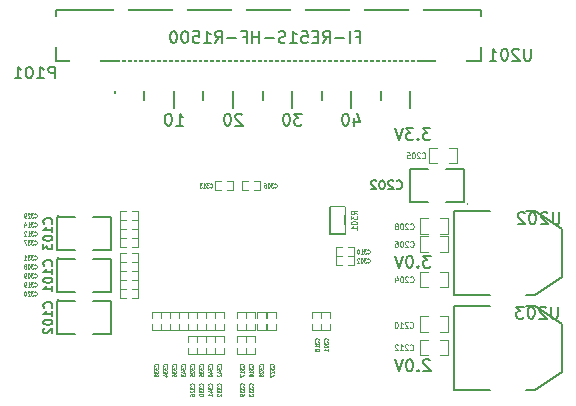
<source format=gbo>
%FSLAX46Y46*%
G04 Gerber Fmt 4.6, Leading zero omitted, Abs format (unit mm)*
G04 Created by KiCad (PCBNEW (2014-07-08 BZR 4987)-product) date Sun 20 Jul 2014 10:52:27 PM CEST*
%MOMM*%
G01*
G04 APERTURE LIST*
%ADD10C,0.100000*%
%ADD11C,0.200000*%
%ADD12C,0.071120*%
%ADD13C,0.127000*%
%ADD14C,0.203200*%
%ADD15C,0.119380*%
%ADD16C,0.150000*%
%ADD17C,0.114300*%
%ADD18C,0.800000*%
%ADD19R,0.398780X0.599440*%
%ADD20R,0.599440X0.398780*%
%ADD21R,1.143000X0.635000*%
%ADD22R,2.032000X3.657600*%
%ADD23R,2.032000X1.016000*%
%ADD24R,7.000000X7.000000*%
%ADD25R,1.500000X2.500000*%
%ADD26R,1.270000X2.540000*%
%ADD27R,0.635000X1.143000*%
%ADD28R,0.250000X1.550000*%
%ADD29R,2.500000X1.550000*%
%ADD30R,2.050000X2.500000*%
%ADD31R,1.300000X1.550000*%
%ADD32C,4.500000*%
G04 APERTURE END LIST*
D10*
D11*
X140595714Y-104355714D02*
X140595714Y-105022381D01*
X140833810Y-103974762D02*
X141071905Y-104689048D01*
X140452857Y-104689048D01*
X139881429Y-104022381D02*
X139786190Y-104022381D01*
X139690952Y-104070000D01*
X139643333Y-104117619D01*
X139595714Y-104212857D01*
X139548095Y-104403333D01*
X139548095Y-104641429D01*
X139595714Y-104831905D01*
X139643333Y-104927143D01*
X139690952Y-104974762D01*
X139786190Y-105022381D01*
X139881429Y-105022381D01*
X139976667Y-104974762D01*
X140024286Y-104927143D01*
X140071905Y-104831905D01*
X140119524Y-104641429D01*
X140119524Y-104403333D01*
X140071905Y-104212857D01*
X140024286Y-104117619D01*
X139976667Y-104070000D01*
X139881429Y-104022381D01*
X136119524Y-104022381D02*
X135500476Y-104022381D01*
X135833810Y-104403333D01*
X135690952Y-104403333D01*
X135595714Y-104450952D01*
X135548095Y-104498571D01*
X135500476Y-104593810D01*
X135500476Y-104831905D01*
X135548095Y-104927143D01*
X135595714Y-104974762D01*
X135690952Y-105022381D01*
X135976667Y-105022381D01*
X136071905Y-104974762D01*
X136119524Y-104927143D01*
X134881429Y-104022381D02*
X134786190Y-104022381D01*
X134690952Y-104070000D01*
X134643333Y-104117619D01*
X134595714Y-104212857D01*
X134548095Y-104403333D01*
X134548095Y-104641429D01*
X134595714Y-104831905D01*
X134643333Y-104927143D01*
X134690952Y-104974762D01*
X134786190Y-105022381D01*
X134881429Y-105022381D01*
X134976667Y-104974762D01*
X135024286Y-104927143D01*
X135071905Y-104831905D01*
X135119524Y-104641429D01*
X135119524Y-104403333D01*
X135071905Y-104212857D01*
X135024286Y-104117619D01*
X134976667Y-104070000D01*
X134881429Y-104022381D01*
X131071905Y-104117619D02*
X131024286Y-104070000D01*
X130929048Y-104022381D01*
X130690952Y-104022381D01*
X130595714Y-104070000D01*
X130548095Y-104117619D01*
X130500476Y-104212857D01*
X130500476Y-104308095D01*
X130548095Y-104450952D01*
X131119524Y-105022381D01*
X130500476Y-105022381D01*
X129881429Y-104022381D02*
X129786190Y-104022381D01*
X129690952Y-104070000D01*
X129643333Y-104117619D01*
X129595714Y-104212857D01*
X129548095Y-104403333D01*
X129548095Y-104641429D01*
X129595714Y-104831905D01*
X129643333Y-104927143D01*
X129690952Y-104974762D01*
X129786190Y-105022381D01*
X129881429Y-105022381D01*
X129976667Y-104974762D01*
X130024286Y-104927143D01*
X130071905Y-104831905D01*
X130119524Y-104641429D01*
X130119524Y-104403333D01*
X130071905Y-104212857D01*
X130024286Y-104117619D01*
X129976667Y-104070000D01*
X129881429Y-104022381D01*
X125500476Y-105022381D02*
X126071905Y-105022381D01*
X125786191Y-105022381D02*
X125786191Y-104022381D01*
X125881429Y-104165238D01*
X125976667Y-104260476D01*
X126071905Y-104308095D01*
X124881429Y-104022381D02*
X124786190Y-104022381D01*
X124690952Y-104070000D01*
X124643333Y-104117619D01*
X124595714Y-104212857D01*
X124548095Y-104403333D01*
X124548095Y-104641429D01*
X124595714Y-104831905D01*
X124643333Y-104927143D01*
X124690952Y-104974762D01*
X124786190Y-105022381D01*
X124881429Y-105022381D01*
X124976667Y-104974762D01*
X125024286Y-104927143D01*
X125071905Y-104831905D01*
X125119524Y-104641429D01*
X125119524Y-104403333D01*
X125071905Y-104212857D01*
X125024286Y-104117619D01*
X124976667Y-104070000D01*
X124881429Y-104022381D01*
X122810000Y-102570000D02*
X122810000Y-102820000D01*
X127810000Y-102570000D02*
X127810000Y-102820000D01*
X145310000Y-102070000D02*
X145310000Y-103570000D01*
X142810000Y-102070000D02*
X142810000Y-102820000D01*
X140310000Y-102070000D02*
X140310000Y-103570000D01*
X137810000Y-102070000D02*
X137810000Y-102820000D01*
X135310000Y-102070000D02*
X135310000Y-103570000D01*
X132810000Y-102070000D02*
X132810000Y-102820000D01*
X127810000Y-102070000D02*
X127810000Y-102570000D01*
X130310000Y-102070000D02*
X130310000Y-103570000D01*
X122810000Y-102070000D02*
X122810000Y-102570000D01*
X125310000Y-102070000D02*
X125310000Y-103570000D01*
X120310000Y-102070000D02*
X120310000Y-103570000D01*
D12*
X121285000Y-117348000D02*
X120777000Y-117348000D01*
X120777000Y-117348000D02*
X120777000Y-116586000D01*
X120777000Y-116586000D02*
X121285000Y-116586000D01*
X121793000Y-117348000D02*
X122301000Y-117348000D01*
X122301000Y-117348000D02*
X122301000Y-116586000D01*
X122301000Y-116586000D02*
X121793000Y-116586000D01*
X121285000Y-114554000D02*
X120777000Y-114554000D01*
X120777000Y-114554000D02*
X120777000Y-113792000D01*
X120777000Y-113792000D02*
X121285000Y-113792000D01*
X121793000Y-114554000D02*
X122301000Y-114554000D01*
X122301000Y-114554000D02*
X122301000Y-113792000D01*
X122301000Y-113792000D02*
X121793000Y-113792000D01*
X132207000Y-121793000D02*
X132207000Y-122301000D01*
X132207000Y-122301000D02*
X131445000Y-122301000D01*
X131445000Y-122301000D02*
X131445000Y-121793000D01*
X132207000Y-121285000D02*
X132207000Y-120777000D01*
X132207000Y-120777000D02*
X131445000Y-120777000D01*
X131445000Y-120777000D02*
X131445000Y-121285000D01*
X137795000Y-121793000D02*
X137795000Y-122301000D01*
X137795000Y-122301000D02*
X137033000Y-122301000D01*
X137033000Y-122301000D02*
X137033000Y-121793000D01*
X137795000Y-121285000D02*
X137795000Y-120777000D01*
X137795000Y-120777000D02*
X137033000Y-120777000D01*
X137033000Y-120777000D02*
X137033000Y-121285000D01*
X121285000Y-119634000D02*
X120777000Y-119634000D01*
X120777000Y-119634000D02*
X120777000Y-118872000D01*
X120777000Y-118872000D02*
X121285000Y-118872000D01*
X121793000Y-119634000D02*
X122301000Y-119634000D01*
X122301000Y-119634000D02*
X122301000Y-118872000D01*
X122301000Y-118872000D02*
X121793000Y-118872000D01*
X127254000Y-121793000D02*
X127254000Y-122301000D01*
X127254000Y-122301000D02*
X126492000Y-122301000D01*
X126492000Y-122301000D02*
X126492000Y-121793000D01*
X127254000Y-121285000D02*
X127254000Y-120777000D01*
X127254000Y-120777000D02*
X126492000Y-120777000D01*
X126492000Y-120777000D02*
X126492000Y-121285000D01*
X126492000Y-123317000D02*
X126492000Y-122809000D01*
X126492000Y-122809000D02*
X127254000Y-122809000D01*
X127254000Y-122809000D02*
X127254000Y-123317000D01*
X126492000Y-123825000D02*
X126492000Y-124333000D01*
X126492000Y-124333000D02*
X127254000Y-124333000D01*
X127254000Y-124333000D02*
X127254000Y-123825000D01*
X133223000Y-121285000D02*
X133223000Y-120777000D01*
X133223000Y-120777000D02*
X133985000Y-120777000D01*
X133985000Y-120777000D02*
X133985000Y-121285000D01*
X133223000Y-121793000D02*
X133223000Y-122301000D01*
X133223000Y-122301000D02*
X133985000Y-122301000D01*
X133985000Y-122301000D02*
X133985000Y-121793000D01*
X132334000Y-121285000D02*
X132334000Y-120777000D01*
X132334000Y-120777000D02*
X133096000Y-120777000D01*
X133096000Y-120777000D02*
X133096000Y-121285000D01*
X132334000Y-121793000D02*
X132334000Y-122301000D01*
X132334000Y-122301000D02*
X133096000Y-122301000D01*
X133096000Y-122301000D02*
X133096000Y-121793000D01*
X121285000Y-113030000D02*
X120777000Y-113030000D01*
X120777000Y-113030000D02*
X120777000Y-112268000D01*
X120777000Y-112268000D02*
X121285000Y-112268000D01*
X121793000Y-113030000D02*
X122301000Y-113030000D01*
X122301000Y-113030000D02*
X122301000Y-112268000D01*
X122301000Y-112268000D02*
X121793000Y-112268000D01*
X127254000Y-123317000D02*
X127254000Y-122809000D01*
X127254000Y-122809000D02*
X128016000Y-122809000D01*
X128016000Y-122809000D02*
X128016000Y-123317000D01*
X127254000Y-123825000D02*
X127254000Y-124333000D01*
X127254000Y-124333000D02*
X128016000Y-124333000D01*
X128016000Y-124333000D02*
X128016000Y-123825000D01*
X121285000Y-116586000D02*
X120777000Y-116586000D01*
X120777000Y-116586000D02*
X120777000Y-115824000D01*
X120777000Y-115824000D02*
X121285000Y-115824000D01*
X121793000Y-116586000D02*
X122301000Y-116586000D01*
X122301000Y-116586000D02*
X122301000Y-115824000D01*
X122301000Y-115824000D02*
X121793000Y-115824000D01*
X128778000Y-123317000D02*
X128778000Y-122809000D01*
X128778000Y-122809000D02*
X129540000Y-122809000D01*
X129540000Y-122809000D02*
X129540000Y-123317000D01*
X128778000Y-123825000D02*
X128778000Y-124333000D01*
X128778000Y-124333000D02*
X129540000Y-124333000D01*
X129540000Y-124333000D02*
X129540000Y-123825000D01*
X131445000Y-123317000D02*
X131445000Y-122809000D01*
X131445000Y-122809000D02*
X132207000Y-122809000D01*
X132207000Y-122809000D02*
X132207000Y-123317000D01*
X131445000Y-123825000D02*
X131445000Y-124333000D01*
X131445000Y-124333000D02*
X132207000Y-124333000D01*
X132207000Y-124333000D02*
X132207000Y-123825000D01*
X124968000Y-121793000D02*
X124968000Y-122301000D01*
X124968000Y-122301000D02*
X124206000Y-122301000D01*
X124206000Y-122301000D02*
X124206000Y-121793000D01*
X124968000Y-121285000D02*
X124968000Y-120777000D01*
X124968000Y-120777000D02*
X124206000Y-120777000D01*
X124206000Y-120777000D02*
X124206000Y-121285000D01*
X128016000Y-121793000D02*
X128016000Y-122301000D01*
X128016000Y-122301000D02*
X127254000Y-122301000D01*
X127254000Y-122301000D02*
X127254000Y-121793000D01*
X128016000Y-121285000D02*
X128016000Y-120777000D01*
X128016000Y-120777000D02*
X127254000Y-120777000D01*
X127254000Y-120777000D02*
X127254000Y-121285000D01*
X125730000Y-121793000D02*
X125730000Y-122301000D01*
X125730000Y-122301000D02*
X124968000Y-122301000D01*
X124968000Y-122301000D02*
X124968000Y-121793000D01*
X125730000Y-121285000D02*
X125730000Y-120777000D01*
X125730000Y-120777000D02*
X124968000Y-120777000D01*
X124968000Y-120777000D02*
X124968000Y-121285000D01*
X121285000Y-115316000D02*
X120777000Y-115316000D01*
X120777000Y-115316000D02*
X120777000Y-114554000D01*
X120777000Y-114554000D02*
X121285000Y-114554000D01*
X121793000Y-115316000D02*
X122301000Y-115316000D01*
X122301000Y-115316000D02*
X122301000Y-114554000D01*
X122301000Y-114554000D02*
X121793000Y-114554000D01*
X124206000Y-121793000D02*
X124206000Y-122301000D01*
X124206000Y-122301000D02*
X123444000Y-122301000D01*
X123444000Y-122301000D02*
X123444000Y-121793000D01*
X124206000Y-121285000D02*
X124206000Y-120777000D01*
X124206000Y-120777000D02*
X123444000Y-120777000D01*
X123444000Y-120777000D02*
X123444000Y-121285000D01*
X130683000Y-123317000D02*
X130683000Y-122809000D01*
X130683000Y-122809000D02*
X131445000Y-122809000D01*
X131445000Y-122809000D02*
X131445000Y-123317000D01*
X130683000Y-123825000D02*
X130683000Y-124333000D01*
X130683000Y-124333000D02*
X131445000Y-124333000D01*
X131445000Y-124333000D02*
X131445000Y-123825000D01*
X128778000Y-121793000D02*
X128778000Y-122301000D01*
X128778000Y-122301000D02*
X128016000Y-122301000D01*
X128016000Y-122301000D02*
X128016000Y-121793000D01*
X128778000Y-121285000D02*
X128778000Y-120777000D01*
X128778000Y-120777000D02*
X128016000Y-120777000D01*
X128016000Y-120777000D02*
X128016000Y-121285000D01*
X128016000Y-123317000D02*
X128016000Y-122809000D01*
X128016000Y-122809000D02*
X128778000Y-122809000D01*
X128778000Y-122809000D02*
X128778000Y-123317000D01*
X128016000Y-123825000D02*
X128016000Y-124333000D01*
X128016000Y-124333000D02*
X128778000Y-124333000D01*
X128778000Y-124333000D02*
X128778000Y-123825000D01*
X129540000Y-121793000D02*
X129540000Y-122301000D01*
X129540000Y-122301000D02*
X128778000Y-122301000D01*
X128778000Y-122301000D02*
X128778000Y-121793000D01*
X129540000Y-121285000D02*
X129540000Y-120777000D01*
X129540000Y-120777000D02*
X128778000Y-120777000D01*
X128778000Y-120777000D02*
X128778000Y-121285000D01*
X126492000Y-121793000D02*
X126492000Y-122301000D01*
X126492000Y-122301000D02*
X125730000Y-122301000D01*
X125730000Y-122301000D02*
X125730000Y-121793000D01*
X126492000Y-121285000D02*
X126492000Y-120777000D01*
X126492000Y-120777000D02*
X125730000Y-120777000D01*
X125730000Y-120777000D02*
X125730000Y-121285000D01*
D13*
X138557000Y-111887000D02*
X138557000Y-114173000D01*
X138557000Y-114173000D02*
X139827000Y-114173000D01*
X139827000Y-114173000D02*
X139827000Y-111887000D01*
X139827000Y-111887000D02*
X138557000Y-111887000D01*
D14*
X152036000Y-119376000D02*
X148988000Y-119376000D01*
X148988000Y-119376000D02*
X148988000Y-112264000D01*
X148988000Y-112264000D02*
X152036000Y-112264000D01*
X155084000Y-119376000D02*
X155846000Y-119376000D01*
X155846000Y-119376000D02*
X158132000Y-117852000D01*
X158132000Y-117852000D02*
X158132000Y-113788000D01*
X158132000Y-113788000D02*
X155846000Y-112264000D01*
X155846000Y-112264000D02*
X155084000Y-112264000D01*
X152036000Y-127376000D02*
X148988000Y-127376000D01*
X148988000Y-127376000D02*
X148988000Y-120264000D01*
X148988000Y-120264000D02*
X152036000Y-120264000D01*
X155084000Y-127376000D02*
X155846000Y-127376000D01*
X155846000Y-127376000D02*
X158132000Y-125852000D01*
X158132000Y-125852000D02*
X158132000Y-121788000D01*
X158132000Y-121788000D02*
X155846000Y-120264000D01*
X155846000Y-120264000D02*
X155084000Y-120264000D01*
D12*
X140081000Y-115316000D02*
X140589000Y-115316000D01*
X140589000Y-115316000D02*
X140589000Y-116078000D01*
X140589000Y-116078000D02*
X140081000Y-116078000D01*
X139573000Y-115316000D02*
X139065000Y-115316000D01*
X139065000Y-115316000D02*
X139065000Y-116078000D01*
X139065000Y-116078000D02*
X139573000Y-116078000D01*
X121285000Y-118110000D02*
X120777000Y-118110000D01*
X120777000Y-118110000D02*
X120777000Y-117348000D01*
X120777000Y-117348000D02*
X121285000Y-117348000D01*
X121793000Y-118110000D02*
X122301000Y-118110000D01*
X122301000Y-118110000D02*
X122301000Y-117348000D01*
X122301000Y-117348000D02*
X121793000Y-117348000D01*
X121285000Y-113792000D02*
X120777000Y-113792000D01*
X120777000Y-113792000D02*
X120777000Y-113030000D01*
X120777000Y-113030000D02*
X121285000Y-113030000D01*
X121793000Y-113792000D02*
X122301000Y-113792000D01*
X122301000Y-113792000D02*
X122301000Y-113030000D01*
X122301000Y-113030000D02*
X121793000Y-113030000D01*
X129306000Y-110451000D02*
X128798000Y-110451000D01*
X128798000Y-110451000D02*
X128798000Y-109689000D01*
X128798000Y-109689000D02*
X129306000Y-109689000D01*
X129814000Y-110451000D02*
X130322000Y-110451000D01*
X130322000Y-110451000D02*
X130322000Y-109689000D01*
X130322000Y-109689000D02*
X129814000Y-109689000D01*
X131445000Y-121793000D02*
X131445000Y-122301000D01*
X131445000Y-122301000D02*
X130683000Y-122301000D01*
X130683000Y-122301000D02*
X130683000Y-121793000D01*
X131445000Y-121285000D02*
X131445000Y-120777000D01*
X131445000Y-120777000D02*
X130683000Y-120777000D01*
X130683000Y-120777000D02*
X130683000Y-121285000D01*
X121285000Y-118872000D02*
X120777000Y-118872000D01*
X120777000Y-118872000D02*
X120777000Y-118110000D01*
X120777000Y-118110000D02*
X121285000Y-118110000D01*
X121793000Y-118872000D02*
X122301000Y-118872000D01*
X122301000Y-118872000D02*
X122301000Y-118110000D01*
X122301000Y-118110000D02*
X121793000Y-118110000D01*
D13*
X115495605Y-116205000D02*
G75*
G03X115495604Y-116204999I-179605J0D01*
G74*
G01*
X116967000Y-119126000D02*
X115443000Y-119126000D01*
X115443000Y-119126000D02*
X115443000Y-116332000D01*
X115443000Y-116332000D02*
X116967000Y-116332000D01*
X118491000Y-116332000D02*
X120015000Y-116332000D01*
X120015000Y-116332000D02*
X120015000Y-119126000D01*
X120015000Y-119126000D02*
X118491000Y-119126000D01*
X115495605Y-119761000D02*
G75*
G03X115495604Y-119760999I-179605J0D01*
G74*
G01*
X116967000Y-122682000D02*
X115443000Y-122682000D01*
X115443000Y-122682000D02*
X115443000Y-119888000D01*
X115443000Y-119888000D02*
X116967000Y-119888000D01*
X118491000Y-119888000D02*
X120015000Y-119888000D01*
X120015000Y-119888000D02*
X120015000Y-122682000D01*
X120015000Y-122682000D02*
X118491000Y-122682000D01*
X115495605Y-112649000D02*
G75*
G03X115495604Y-112648999I-179605J0D01*
G74*
G01*
X116967000Y-115570000D02*
X115443000Y-115570000D01*
X115443000Y-115570000D02*
X115443000Y-112776000D01*
X115443000Y-112776000D02*
X116967000Y-112776000D01*
X118491000Y-112776000D02*
X120015000Y-112776000D01*
X120015000Y-112776000D02*
X120015000Y-115570000D01*
X120015000Y-115570000D02*
X118491000Y-115570000D01*
X150166605Y-111633000D02*
G75*
G03X150166604Y-111632999I-179605J0D01*
G74*
G01*
X148336000Y-108712000D02*
X149860000Y-108712000D01*
X149860000Y-108712000D02*
X149860000Y-111506000D01*
X149860000Y-111506000D02*
X148336000Y-111506000D01*
X146812000Y-111506000D02*
X145288000Y-111506000D01*
X145288000Y-111506000D02*
X145288000Y-108712000D01*
X145288000Y-108712000D02*
X146812000Y-108712000D01*
D15*
X146809620Y-118720240D02*
X146111120Y-118720240D01*
X147810380Y-118720240D02*
X148508880Y-118720240D01*
X146809620Y-117419760D02*
X146111120Y-117419760D01*
X148508880Y-117419760D02*
X147810380Y-117419760D01*
X146111120Y-117435000D02*
X146111120Y-118705000D01*
X148508880Y-118705000D02*
X148508880Y-117435000D01*
X147581620Y-108219240D02*
X146883120Y-108219240D01*
X148582380Y-108219240D02*
X149280880Y-108219240D01*
X147581620Y-106918760D02*
X146883120Y-106918760D01*
X149280880Y-106918760D02*
X148582380Y-106918760D01*
X146883120Y-106934000D02*
X146883120Y-108204000D01*
X149280880Y-108204000D02*
X149280880Y-106934000D01*
X146819620Y-115712240D02*
X146121120Y-115712240D01*
X147820380Y-115712240D02*
X148518880Y-115712240D01*
X146819620Y-114411760D02*
X146121120Y-114411760D01*
X148518880Y-114411760D02*
X147820380Y-114411760D01*
X146121120Y-114427000D02*
X146121120Y-115697000D01*
X148518880Y-115697000D02*
X148518880Y-114427000D01*
D12*
X140081000Y-116078000D02*
X140589000Y-116078000D01*
X140589000Y-116078000D02*
X140589000Y-116840000D01*
X140589000Y-116840000D02*
X140081000Y-116840000D01*
X139573000Y-116078000D02*
X139065000Y-116078000D01*
X139065000Y-116078000D02*
X139065000Y-116840000D01*
X139065000Y-116840000D02*
X139573000Y-116840000D01*
X132064000Y-109689000D02*
X132572000Y-109689000D01*
X132572000Y-109689000D02*
X132572000Y-110451000D01*
X132572000Y-110451000D02*
X132064000Y-110451000D01*
X131556000Y-109689000D02*
X131048000Y-109689000D01*
X131048000Y-109689000D02*
X131048000Y-110451000D01*
X131048000Y-110451000D02*
X131556000Y-110451000D01*
D16*
X151285000Y-95270000D02*
X115335000Y-95270000D01*
X115335000Y-95270000D02*
X115335000Y-99570000D01*
X115335000Y-99570000D02*
X151285000Y-99570000D01*
X151285000Y-99570000D02*
X151285000Y-95270000D01*
D15*
X146819620Y-114188240D02*
X146121120Y-114188240D01*
X147820380Y-114188240D02*
X148518880Y-114188240D01*
X146819620Y-112887760D02*
X146121120Y-112887760D01*
X148518880Y-112887760D02*
X147820380Y-112887760D01*
X146121120Y-112903000D02*
X146121120Y-114173000D01*
X148518880Y-114173000D02*
X148518880Y-112903000D01*
X146809620Y-122470240D02*
X146111120Y-122470240D01*
X147810380Y-122470240D02*
X148508880Y-122470240D01*
X146809620Y-121169760D02*
X146111120Y-121169760D01*
X148508880Y-121169760D02*
X147810380Y-121169760D01*
X146111120Y-121185000D02*
X146111120Y-122455000D01*
X148508880Y-122455000D02*
X148508880Y-121185000D01*
X146809620Y-124470240D02*
X146111120Y-124470240D01*
X147810380Y-124470240D02*
X148508880Y-124470240D01*
X146809620Y-123169760D02*
X146111120Y-123169760D01*
X148508880Y-123169760D02*
X147810380Y-123169760D01*
X146111120Y-123185000D02*
X146111120Y-124455000D01*
X148508880Y-124455000D02*
X148508880Y-123185000D01*
D12*
X138557000Y-121793000D02*
X138557000Y-122301000D01*
X138557000Y-122301000D02*
X137795000Y-122301000D01*
X137795000Y-122301000D02*
X137795000Y-121793000D01*
X138557000Y-121285000D02*
X138557000Y-120777000D01*
X138557000Y-120777000D02*
X137795000Y-120777000D01*
X137795000Y-120777000D02*
X137795000Y-121285000D01*
X113498086Y-117092186D02*
X113512600Y-117108877D01*
X113556143Y-117125569D01*
X113585172Y-117125569D01*
X113628715Y-117108877D01*
X113657743Y-117075494D01*
X113672258Y-117042111D01*
X113686772Y-116975346D01*
X113686772Y-116925271D01*
X113672258Y-116858506D01*
X113657743Y-116825123D01*
X113628715Y-116791740D01*
X113585172Y-116775049D01*
X113556143Y-116775049D01*
X113512600Y-116791740D01*
X113498086Y-116808431D01*
X113396486Y-116775049D02*
X113207800Y-116775049D01*
X113309400Y-116908580D01*
X113265858Y-116908580D01*
X113236829Y-116925271D01*
X113222315Y-116941963D01*
X113207800Y-116975346D01*
X113207800Y-117058803D01*
X113222315Y-117092186D01*
X113236829Y-117108877D01*
X113265858Y-117125569D01*
X113352943Y-117125569D01*
X113381972Y-117108877D01*
X113396486Y-117092186D01*
X113019114Y-116775049D02*
X112990086Y-116775049D01*
X112961057Y-116791740D01*
X112946543Y-116808431D01*
X112932029Y-116841814D01*
X112917514Y-116908580D01*
X112917514Y-116992037D01*
X112932029Y-117058803D01*
X112946543Y-117092186D01*
X112961057Y-117108877D01*
X112990086Y-117125569D01*
X113019114Y-117125569D01*
X113048143Y-117108877D01*
X113062657Y-117092186D01*
X113077172Y-117058803D01*
X113091686Y-116992037D01*
X113091686Y-116908580D01*
X113077172Y-116841814D01*
X113062657Y-116808431D01*
X113048143Y-116791740D01*
X113019114Y-116775049D01*
X112743343Y-116925271D02*
X112772371Y-116908580D01*
X112786886Y-116891889D01*
X112801400Y-116858506D01*
X112801400Y-116841814D01*
X112786886Y-116808431D01*
X112772371Y-116791740D01*
X112743343Y-116775049D01*
X112685286Y-116775049D01*
X112656257Y-116791740D01*
X112641743Y-116808431D01*
X112627228Y-116841814D01*
X112627228Y-116858506D01*
X112641743Y-116891889D01*
X112656257Y-116908580D01*
X112685286Y-116925271D01*
X112743343Y-116925271D01*
X112772371Y-116941963D01*
X112786886Y-116958654D01*
X112801400Y-116992037D01*
X112801400Y-117058803D01*
X112786886Y-117092186D01*
X112772371Y-117108877D01*
X112743343Y-117125569D01*
X112685286Y-117125569D01*
X112656257Y-117108877D01*
X112641743Y-117092186D01*
X112627228Y-117058803D01*
X112627228Y-116992037D01*
X112641743Y-116958654D01*
X112656257Y-116941963D01*
X112685286Y-116925271D01*
X113498086Y-114298186D02*
X113512600Y-114314877D01*
X113556143Y-114331569D01*
X113585172Y-114331569D01*
X113628715Y-114314877D01*
X113657743Y-114281494D01*
X113672258Y-114248111D01*
X113686772Y-114181346D01*
X113686772Y-114131271D01*
X113672258Y-114064506D01*
X113657743Y-114031123D01*
X113628715Y-113997740D01*
X113585172Y-113981049D01*
X113556143Y-113981049D01*
X113512600Y-113997740D01*
X113498086Y-114014431D01*
X113396486Y-113981049D02*
X113207800Y-113981049D01*
X113309400Y-114114580D01*
X113265858Y-114114580D01*
X113236829Y-114131271D01*
X113222315Y-114147963D01*
X113207800Y-114181346D01*
X113207800Y-114264803D01*
X113222315Y-114298186D01*
X113236829Y-114314877D01*
X113265858Y-114331569D01*
X113352943Y-114331569D01*
X113381972Y-114314877D01*
X113396486Y-114298186D01*
X112917514Y-114331569D02*
X113091686Y-114331569D01*
X113004600Y-114331569D02*
X113004600Y-113981049D01*
X113033629Y-114031123D01*
X113062657Y-114064506D01*
X113091686Y-114081197D01*
X112801400Y-114014431D02*
X112786886Y-113997740D01*
X112757857Y-113981049D01*
X112685286Y-113981049D01*
X112656257Y-113997740D01*
X112641743Y-114014431D01*
X112627228Y-114047814D01*
X112627228Y-114081197D01*
X112641743Y-114131271D01*
X112815914Y-114331569D01*
X112627228Y-114331569D01*
X131951186Y-125388914D02*
X131967877Y-125374400D01*
X131984569Y-125330857D01*
X131984569Y-125301828D01*
X131967877Y-125258285D01*
X131934494Y-125229257D01*
X131901111Y-125214742D01*
X131834346Y-125200228D01*
X131784271Y-125200228D01*
X131717506Y-125214742D01*
X131684123Y-125229257D01*
X131650740Y-125258285D01*
X131634049Y-125301828D01*
X131634049Y-125330857D01*
X131650740Y-125374400D01*
X131667431Y-125388914D01*
X131634049Y-125490514D02*
X131634049Y-125679200D01*
X131767580Y-125577600D01*
X131767580Y-125621142D01*
X131784271Y-125650171D01*
X131800963Y-125664685D01*
X131834346Y-125679200D01*
X131917803Y-125679200D01*
X131951186Y-125664685D01*
X131967877Y-125650171D01*
X131984569Y-125621142D01*
X131984569Y-125534057D01*
X131967877Y-125505028D01*
X131951186Y-125490514D01*
X131984569Y-125969486D02*
X131984569Y-125795314D01*
X131984569Y-125882400D02*
X131634049Y-125882400D01*
X131684123Y-125853371D01*
X131717506Y-125824343D01*
X131734197Y-125795314D01*
X131634049Y-126230743D02*
X131634049Y-126172686D01*
X131650740Y-126143657D01*
X131667431Y-126129143D01*
X131717506Y-126100114D01*
X131784271Y-126085600D01*
X131917803Y-126085600D01*
X131951186Y-126100114D01*
X131967877Y-126114629D01*
X131984569Y-126143657D01*
X131984569Y-126201714D01*
X131967877Y-126230743D01*
X131951186Y-126245257D01*
X131917803Y-126259772D01*
X131834346Y-126259772D01*
X131800963Y-126245257D01*
X131784271Y-126230743D01*
X131767580Y-126201714D01*
X131767580Y-126143657D01*
X131784271Y-126114629D01*
X131800963Y-126100114D01*
X131834346Y-126085600D01*
X137539186Y-123229914D02*
X137555877Y-123215400D01*
X137572569Y-123171857D01*
X137572569Y-123142828D01*
X137555877Y-123099285D01*
X137522494Y-123070257D01*
X137489111Y-123055742D01*
X137422346Y-123041228D01*
X137372271Y-123041228D01*
X137305506Y-123055742D01*
X137272123Y-123070257D01*
X137238740Y-123099285D01*
X137222049Y-123142828D01*
X137222049Y-123171857D01*
X137238740Y-123215400D01*
X137255431Y-123229914D01*
X137222049Y-123331514D02*
X137222049Y-123520200D01*
X137355580Y-123418600D01*
X137355580Y-123462142D01*
X137372271Y-123491171D01*
X137388963Y-123505685D01*
X137422346Y-123520200D01*
X137505803Y-123520200D01*
X137539186Y-123505685D01*
X137555877Y-123491171D01*
X137572569Y-123462142D01*
X137572569Y-123375057D01*
X137555877Y-123346028D01*
X137539186Y-123331514D01*
X137572569Y-123810486D02*
X137572569Y-123636314D01*
X137572569Y-123723400D02*
X137222049Y-123723400D01*
X137272123Y-123694371D01*
X137305506Y-123665343D01*
X137322197Y-123636314D01*
X137372271Y-123984657D02*
X137355580Y-123955629D01*
X137338889Y-123941114D01*
X137305506Y-123926600D01*
X137288814Y-123926600D01*
X137255431Y-123941114D01*
X137238740Y-123955629D01*
X137222049Y-123984657D01*
X137222049Y-124042714D01*
X137238740Y-124071743D01*
X137255431Y-124086257D01*
X137288814Y-124100772D01*
X137305506Y-124100772D01*
X137338889Y-124086257D01*
X137355580Y-124071743D01*
X137372271Y-124042714D01*
X137372271Y-123984657D01*
X137388963Y-123955629D01*
X137405654Y-123941114D01*
X137439037Y-123926600D01*
X137505803Y-123926600D01*
X137539186Y-123941114D01*
X137555877Y-123955629D01*
X137572569Y-123984657D01*
X137572569Y-124042714D01*
X137555877Y-124071743D01*
X137539186Y-124086257D01*
X137505803Y-124100772D01*
X137439037Y-124100772D01*
X137405654Y-124086257D01*
X137388963Y-124071743D01*
X137372271Y-124042714D01*
X113498086Y-119378186D02*
X113512600Y-119394877D01*
X113556143Y-119411569D01*
X113585172Y-119411569D01*
X113628715Y-119394877D01*
X113657743Y-119361494D01*
X113672258Y-119328111D01*
X113686772Y-119261346D01*
X113686772Y-119211271D01*
X113672258Y-119144506D01*
X113657743Y-119111123D01*
X113628715Y-119077740D01*
X113585172Y-119061049D01*
X113556143Y-119061049D01*
X113512600Y-119077740D01*
X113498086Y-119094431D01*
X113396486Y-119061049D02*
X113207800Y-119061049D01*
X113309400Y-119194580D01*
X113265858Y-119194580D01*
X113236829Y-119211271D01*
X113222315Y-119227963D01*
X113207800Y-119261346D01*
X113207800Y-119344803D01*
X113222315Y-119378186D01*
X113236829Y-119394877D01*
X113265858Y-119411569D01*
X113352943Y-119411569D01*
X113381972Y-119394877D01*
X113396486Y-119378186D01*
X113091686Y-119094431D02*
X113077172Y-119077740D01*
X113048143Y-119061049D01*
X112975572Y-119061049D01*
X112946543Y-119077740D01*
X112932029Y-119094431D01*
X112917514Y-119127814D01*
X112917514Y-119161197D01*
X112932029Y-119211271D01*
X113106200Y-119411569D01*
X112917514Y-119411569D01*
X112728828Y-119061049D02*
X112699800Y-119061049D01*
X112670771Y-119077740D01*
X112656257Y-119094431D01*
X112641743Y-119127814D01*
X112627228Y-119194580D01*
X112627228Y-119278037D01*
X112641743Y-119344803D01*
X112656257Y-119378186D01*
X112670771Y-119394877D01*
X112699800Y-119411569D01*
X112728828Y-119411569D01*
X112757857Y-119394877D01*
X112772371Y-119378186D01*
X112786886Y-119344803D01*
X112801400Y-119278037D01*
X112801400Y-119194580D01*
X112786886Y-119127814D01*
X112772371Y-119094431D01*
X112757857Y-119077740D01*
X112728828Y-119061049D01*
X126998186Y-125388914D02*
X127014877Y-125374400D01*
X127031569Y-125330857D01*
X127031569Y-125301828D01*
X127014877Y-125258285D01*
X126981494Y-125229257D01*
X126948111Y-125214742D01*
X126881346Y-125200228D01*
X126831271Y-125200228D01*
X126764506Y-125214742D01*
X126731123Y-125229257D01*
X126697740Y-125258285D01*
X126681049Y-125301828D01*
X126681049Y-125330857D01*
X126697740Y-125374400D01*
X126714431Y-125388914D01*
X126681049Y-125490514D02*
X126681049Y-125679200D01*
X126814580Y-125577600D01*
X126814580Y-125621142D01*
X126831271Y-125650171D01*
X126847963Y-125664685D01*
X126881346Y-125679200D01*
X126964803Y-125679200D01*
X126998186Y-125664685D01*
X127014877Y-125650171D01*
X127031569Y-125621142D01*
X127031569Y-125534057D01*
X127014877Y-125505028D01*
X126998186Y-125490514D01*
X126714431Y-125795314D02*
X126697740Y-125809828D01*
X126681049Y-125838857D01*
X126681049Y-125911428D01*
X126697740Y-125940457D01*
X126714431Y-125954971D01*
X126747814Y-125969486D01*
X126781197Y-125969486D01*
X126831271Y-125954971D01*
X127031569Y-125780800D01*
X127031569Y-125969486D01*
X126681049Y-126245257D02*
X126681049Y-126100114D01*
X126847963Y-126085600D01*
X126831271Y-126100114D01*
X126814580Y-126129143D01*
X126814580Y-126201714D01*
X126831271Y-126230743D01*
X126847963Y-126245257D01*
X126881346Y-126259772D01*
X126964803Y-126259772D01*
X126998186Y-126245257D01*
X127014877Y-126230743D01*
X127031569Y-126201714D01*
X127031569Y-126129143D01*
X127014877Y-126100114D01*
X126998186Y-126085600D01*
X126998186Y-127039914D02*
X127014877Y-127025400D01*
X127031569Y-126981857D01*
X127031569Y-126952828D01*
X127014877Y-126909285D01*
X126981494Y-126880257D01*
X126948111Y-126865742D01*
X126881346Y-126851228D01*
X126831271Y-126851228D01*
X126764506Y-126865742D01*
X126731123Y-126880257D01*
X126697740Y-126909285D01*
X126681049Y-126952828D01*
X126681049Y-126981857D01*
X126697740Y-127025400D01*
X126714431Y-127039914D01*
X126681049Y-127141514D02*
X126681049Y-127330200D01*
X126814580Y-127228600D01*
X126814580Y-127272142D01*
X126831271Y-127301171D01*
X126847963Y-127315685D01*
X126881346Y-127330200D01*
X126964803Y-127330200D01*
X126998186Y-127315685D01*
X127014877Y-127301171D01*
X127031569Y-127272142D01*
X127031569Y-127185057D01*
X127014877Y-127156028D01*
X126998186Y-127141514D01*
X126714431Y-127446314D02*
X126697740Y-127460828D01*
X126681049Y-127489857D01*
X126681049Y-127562428D01*
X126697740Y-127591457D01*
X126714431Y-127605971D01*
X126747814Y-127620486D01*
X126781197Y-127620486D01*
X126831271Y-127605971D01*
X127031569Y-127431800D01*
X127031569Y-127620486D01*
X126681049Y-127881743D02*
X126681049Y-127823686D01*
X126697740Y-127794657D01*
X126714431Y-127780143D01*
X126764506Y-127751114D01*
X126831271Y-127736600D01*
X126964803Y-127736600D01*
X126998186Y-127751114D01*
X127014877Y-127765629D01*
X127031569Y-127794657D01*
X127031569Y-127852714D01*
X127014877Y-127881743D01*
X126998186Y-127896257D01*
X126964803Y-127910772D01*
X126881346Y-127910772D01*
X126847963Y-127896257D01*
X126831271Y-127881743D01*
X126814580Y-127852714D01*
X126814580Y-127794657D01*
X126831271Y-127765629D01*
X126847963Y-127751114D01*
X126881346Y-127736600D01*
X133729186Y-125388914D02*
X133745877Y-125374400D01*
X133762569Y-125330857D01*
X133762569Y-125301828D01*
X133745877Y-125258285D01*
X133712494Y-125229257D01*
X133679111Y-125214742D01*
X133612346Y-125200228D01*
X133562271Y-125200228D01*
X133495506Y-125214742D01*
X133462123Y-125229257D01*
X133428740Y-125258285D01*
X133412049Y-125301828D01*
X133412049Y-125330857D01*
X133428740Y-125374400D01*
X133445431Y-125388914D01*
X133412049Y-125490514D02*
X133412049Y-125679200D01*
X133545580Y-125577600D01*
X133545580Y-125621142D01*
X133562271Y-125650171D01*
X133578963Y-125664685D01*
X133612346Y-125679200D01*
X133695803Y-125679200D01*
X133729186Y-125664685D01*
X133745877Y-125650171D01*
X133762569Y-125621142D01*
X133762569Y-125534057D01*
X133745877Y-125505028D01*
X133729186Y-125490514D01*
X133445431Y-125795314D02*
X133428740Y-125809828D01*
X133412049Y-125838857D01*
X133412049Y-125911428D01*
X133428740Y-125940457D01*
X133445431Y-125954971D01*
X133478814Y-125969486D01*
X133512197Y-125969486D01*
X133562271Y-125954971D01*
X133762569Y-125780800D01*
X133762569Y-125969486D01*
X133412049Y-126071086D02*
X133412049Y-126274286D01*
X133762569Y-126143657D01*
X132840186Y-125388914D02*
X132856877Y-125374400D01*
X132873569Y-125330857D01*
X132873569Y-125301828D01*
X132856877Y-125258285D01*
X132823494Y-125229257D01*
X132790111Y-125214742D01*
X132723346Y-125200228D01*
X132673271Y-125200228D01*
X132606506Y-125214742D01*
X132573123Y-125229257D01*
X132539740Y-125258285D01*
X132523049Y-125301828D01*
X132523049Y-125330857D01*
X132539740Y-125374400D01*
X132556431Y-125388914D01*
X132523049Y-125490514D02*
X132523049Y-125679200D01*
X132656580Y-125577600D01*
X132656580Y-125621142D01*
X132673271Y-125650171D01*
X132689963Y-125664685D01*
X132723346Y-125679200D01*
X132806803Y-125679200D01*
X132840186Y-125664685D01*
X132856877Y-125650171D01*
X132873569Y-125621142D01*
X132873569Y-125534057D01*
X132856877Y-125505028D01*
X132840186Y-125490514D01*
X132556431Y-125795314D02*
X132539740Y-125809828D01*
X132523049Y-125838857D01*
X132523049Y-125911428D01*
X132539740Y-125940457D01*
X132556431Y-125954971D01*
X132589814Y-125969486D01*
X132623197Y-125969486D01*
X132673271Y-125954971D01*
X132873569Y-125780800D01*
X132873569Y-125969486D01*
X132673271Y-126143657D02*
X132656580Y-126114629D01*
X132639889Y-126100114D01*
X132606506Y-126085600D01*
X132589814Y-126085600D01*
X132556431Y-126100114D01*
X132539740Y-126114629D01*
X132523049Y-126143657D01*
X132523049Y-126201714D01*
X132539740Y-126230743D01*
X132556431Y-126245257D01*
X132589814Y-126259772D01*
X132606506Y-126259772D01*
X132639889Y-126245257D01*
X132656580Y-126230743D01*
X132673271Y-126201714D01*
X132673271Y-126143657D01*
X132689963Y-126114629D01*
X132706654Y-126100114D01*
X132740037Y-126085600D01*
X132806803Y-126085600D01*
X132840186Y-126100114D01*
X132856877Y-126114629D01*
X132873569Y-126143657D01*
X132873569Y-126201714D01*
X132856877Y-126230743D01*
X132840186Y-126245257D01*
X132806803Y-126259772D01*
X132740037Y-126259772D01*
X132706654Y-126245257D01*
X132689963Y-126230743D01*
X132673271Y-126201714D01*
X113498086Y-112774186D02*
X113512600Y-112790877D01*
X113556143Y-112807569D01*
X113585172Y-112807569D01*
X113628715Y-112790877D01*
X113657743Y-112757494D01*
X113672258Y-112724111D01*
X113686772Y-112657346D01*
X113686772Y-112607271D01*
X113672258Y-112540506D01*
X113657743Y-112507123D01*
X113628715Y-112473740D01*
X113585172Y-112457049D01*
X113556143Y-112457049D01*
X113512600Y-112473740D01*
X113498086Y-112490431D01*
X113396486Y-112457049D02*
X113207800Y-112457049D01*
X113309400Y-112590580D01*
X113265858Y-112590580D01*
X113236829Y-112607271D01*
X113222315Y-112623963D01*
X113207800Y-112657346D01*
X113207800Y-112740803D01*
X113222315Y-112774186D01*
X113236829Y-112790877D01*
X113265858Y-112807569D01*
X113352943Y-112807569D01*
X113381972Y-112790877D01*
X113396486Y-112774186D01*
X113091686Y-112490431D02*
X113077172Y-112473740D01*
X113048143Y-112457049D01*
X112975572Y-112457049D01*
X112946543Y-112473740D01*
X112932029Y-112490431D01*
X112917514Y-112523814D01*
X112917514Y-112557197D01*
X112932029Y-112607271D01*
X113106200Y-112807569D01*
X112917514Y-112807569D01*
X112772371Y-112807569D02*
X112714314Y-112807569D01*
X112685286Y-112790877D01*
X112670771Y-112774186D01*
X112641743Y-112724111D01*
X112627228Y-112657346D01*
X112627228Y-112523814D01*
X112641743Y-112490431D01*
X112656257Y-112473740D01*
X112685286Y-112457049D01*
X112743343Y-112457049D01*
X112772371Y-112473740D01*
X112786886Y-112490431D01*
X112801400Y-112523814D01*
X112801400Y-112607271D01*
X112786886Y-112640654D01*
X112772371Y-112657346D01*
X112743343Y-112674037D01*
X112685286Y-112674037D01*
X112656257Y-112657346D01*
X112641743Y-112640654D01*
X112627228Y-112607271D01*
X127760186Y-127039914D02*
X127776877Y-127025400D01*
X127793569Y-126981857D01*
X127793569Y-126952828D01*
X127776877Y-126909285D01*
X127743494Y-126880257D01*
X127710111Y-126865742D01*
X127643346Y-126851228D01*
X127593271Y-126851228D01*
X127526506Y-126865742D01*
X127493123Y-126880257D01*
X127459740Y-126909285D01*
X127443049Y-126952828D01*
X127443049Y-126981857D01*
X127459740Y-127025400D01*
X127476431Y-127039914D01*
X127443049Y-127141514D02*
X127443049Y-127330200D01*
X127576580Y-127228600D01*
X127576580Y-127272142D01*
X127593271Y-127301171D01*
X127609963Y-127315685D01*
X127643346Y-127330200D01*
X127726803Y-127330200D01*
X127760186Y-127315685D01*
X127776877Y-127301171D01*
X127793569Y-127272142D01*
X127793569Y-127185057D01*
X127776877Y-127156028D01*
X127760186Y-127141514D01*
X127443049Y-127431800D02*
X127443049Y-127620486D01*
X127576580Y-127518886D01*
X127576580Y-127562428D01*
X127593271Y-127591457D01*
X127609963Y-127605971D01*
X127643346Y-127620486D01*
X127726803Y-127620486D01*
X127760186Y-127605971D01*
X127776877Y-127591457D01*
X127793569Y-127562428D01*
X127793569Y-127475343D01*
X127776877Y-127446314D01*
X127760186Y-127431800D01*
X127443049Y-127809172D02*
X127443049Y-127838200D01*
X127459740Y-127867229D01*
X127476431Y-127881743D01*
X127509814Y-127896257D01*
X127576580Y-127910772D01*
X127660037Y-127910772D01*
X127726803Y-127896257D01*
X127760186Y-127881743D01*
X127776877Y-127867229D01*
X127793569Y-127838200D01*
X127793569Y-127809172D01*
X127776877Y-127780143D01*
X127760186Y-127765629D01*
X127726803Y-127751114D01*
X127660037Y-127736600D01*
X127576580Y-127736600D01*
X127509814Y-127751114D01*
X127476431Y-127765629D01*
X127459740Y-127780143D01*
X127443049Y-127809172D01*
X113498086Y-116330186D02*
X113512600Y-116346877D01*
X113556143Y-116363569D01*
X113585172Y-116363569D01*
X113628715Y-116346877D01*
X113657743Y-116313494D01*
X113672258Y-116280111D01*
X113686772Y-116213346D01*
X113686772Y-116163271D01*
X113672258Y-116096506D01*
X113657743Y-116063123D01*
X113628715Y-116029740D01*
X113585172Y-116013049D01*
X113556143Y-116013049D01*
X113512600Y-116029740D01*
X113498086Y-116046431D01*
X113396486Y-116013049D02*
X113207800Y-116013049D01*
X113309400Y-116146580D01*
X113265858Y-116146580D01*
X113236829Y-116163271D01*
X113222315Y-116179963D01*
X113207800Y-116213346D01*
X113207800Y-116296803D01*
X113222315Y-116330186D01*
X113236829Y-116346877D01*
X113265858Y-116363569D01*
X113352943Y-116363569D01*
X113381972Y-116346877D01*
X113396486Y-116330186D01*
X113106200Y-116013049D02*
X112917514Y-116013049D01*
X113019114Y-116146580D01*
X112975572Y-116146580D01*
X112946543Y-116163271D01*
X112932029Y-116179963D01*
X112917514Y-116213346D01*
X112917514Y-116296803D01*
X112932029Y-116330186D01*
X112946543Y-116346877D01*
X112975572Y-116363569D01*
X113062657Y-116363569D01*
X113091686Y-116346877D01*
X113106200Y-116330186D01*
X112627228Y-116363569D02*
X112801400Y-116363569D01*
X112714314Y-116363569D02*
X112714314Y-116013049D01*
X112743343Y-116063123D01*
X112772371Y-116096506D01*
X112801400Y-116113197D01*
X129284186Y-127039914D02*
X129300877Y-127025400D01*
X129317569Y-126981857D01*
X129317569Y-126952828D01*
X129300877Y-126909285D01*
X129267494Y-126880257D01*
X129234111Y-126865742D01*
X129167346Y-126851228D01*
X129117271Y-126851228D01*
X129050506Y-126865742D01*
X129017123Y-126880257D01*
X128983740Y-126909285D01*
X128967049Y-126952828D01*
X128967049Y-126981857D01*
X128983740Y-127025400D01*
X129000431Y-127039914D01*
X128967049Y-127141514D02*
X128967049Y-127330200D01*
X129100580Y-127228600D01*
X129100580Y-127272142D01*
X129117271Y-127301171D01*
X129133963Y-127315685D01*
X129167346Y-127330200D01*
X129250803Y-127330200D01*
X129284186Y-127315685D01*
X129300877Y-127301171D01*
X129317569Y-127272142D01*
X129317569Y-127185057D01*
X129300877Y-127156028D01*
X129284186Y-127141514D01*
X128967049Y-127431800D02*
X128967049Y-127620486D01*
X129100580Y-127518886D01*
X129100580Y-127562428D01*
X129117271Y-127591457D01*
X129133963Y-127605971D01*
X129167346Y-127620486D01*
X129250803Y-127620486D01*
X129284186Y-127605971D01*
X129300877Y-127591457D01*
X129317569Y-127562428D01*
X129317569Y-127475343D01*
X129300877Y-127446314D01*
X129284186Y-127431800D01*
X129000431Y-127736600D02*
X128983740Y-127751114D01*
X128967049Y-127780143D01*
X128967049Y-127852714D01*
X128983740Y-127881743D01*
X129000431Y-127896257D01*
X129033814Y-127910772D01*
X129067197Y-127910772D01*
X129117271Y-127896257D01*
X129317569Y-127722086D01*
X129317569Y-127910772D01*
X131951186Y-127039914D02*
X131967877Y-127025400D01*
X131984569Y-126981857D01*
X131984569Y-126952828D01*
X131967877Y-126909285D01*
X131934494Y-126880257D01*
X131901111Y-126865742D01*
X131834346Y-126851228D01*
X131784271Y-126851228D01*
X131717506Y-126865742D01*
X131684123Y-126880257D01*
X131650740Y-126909285D01*
X131634049Y-126952828D01*
X131634049Y-126981857D01*
X131650740Y-127025400D01*
X131667431Y-127039914D01*
X131634049Y-127141514D02*
X131634049Y-127330200D01*
X131767580Y-127228600D01*
X131767580Y-127272142D01*
X131784271Y-127301171D01*
X131800963Y-127315685D01*
X131834346Y-127330200D01*
X131917803Y-127330200D01*
X131951186Y-127315685D01*
X131967877Y-127301171D01*
X131984569Y-127272142D01*
X131984569Y-127185057D01*
X131967877Y-127156028D01*
X131951186Y-127141514D01*
X131634049Y-127431800D02*
X131634049Y-127620486D01*
X131767580Y-127518886D01*
X131767580Y-127562428D01*
X131784271Y-127591457D01*
X131800963Y-127605971D01*
X131834346Y-127620486D01*
X131917803Y-127620486D01*
X131951186Y-127605971D01*
X131967877Y-127591457D01*
X131984569Y-127562428D01*
X131984569Y-127475343D01*
X131967877Y-127446314D01*
X131951186Y-127431800D01*
X131634049Y-127722086D02*
X131634049Y-127910772D01*
X131767580Y-127809172D01*
X131767580Y-127852714D01*
X131784271Y-127881743D01*
X131800963Y-127896257D01*
X131834346Y-127910772D01*
X131917803Y-127910772D01*
X131951186Y-127896257D01*
X131967877Y-127881743D01*
X131984569Y-127852714D01*
X131984569Y-127765629D01*
X131967877Y-127736600D01*
X131951186Y-127722086D01*
X124712186Y-125388914D02*
X124728877Y-125374400D01*
X124745569Y-125330857D01*
X124745569Y-125301828D01*
X124728877Y-125258285D01*
X124695494Y-125229257D01*
X124662111Y-125214742D01*
X124595346Y-125200228D01*
X124545271Y-125200228D01*
X124478506Y-125214742D01*
X124445123Y-125229257D01*
X124411740Y-125258285D01*
X124395049Y-125301828D01*
X124395049Y-125330857D01*
X124411740Y-125374400D01*
X124428431Y-125388914D01*
X124395049Y-125490514D02*
X124395049Y-125679200D01*
X124528580Y-125577600D01*
X124528580Y-125621142D01*
X124545271Y-125650171D01*
X124561963Y-125664685D01*
X124595346Y-125679200D01*
X124678803Y-125679200D01*
X124712186Y-125664685D01*
X124728877Y-125650171D01*
X124745569Y-125621142D01*
X124745569Y-125534057D01*
X124728877Y-125505028D01*
X124712186Y-125490514D01*
X124395049Y-125780800D02*
X124395049Y-125969486D01*
X124528580Y-125867886D01*
X124528580Y-125911428D01*
X124545271Y-125940457D01*
X124561963Y-125954971D01*
X124595346Y-125969486D01*
X124678803Y-125969486D01*
X124712186Y-125954971D01*
X124728877Y-125940457D01*
X124745569Y-125911428D01*
X124745569Y-125824343D01*
X124728877Y-125795314D01*
X124712186Y-125780800D01*
X124511889Y-126230743D02*
X124745569Y-126230743D01*
X124378357Y-126158172D02*
X124628729Y-126085600D01*
X124628729Y-126274286D01*
X127760186Y-125388914D02*
X127776877Y-125374400D01*
X127793569Y-125330857D01*
X127793569Y-125301828D01*
X127776877Y-125258285D01*
X127743494Y-125229257D01*
X127710111Y-125214742D01*
X127643346Y-125200228D01*
X127593271Y-125200228D01*
X127526506Y-125214742D01*
X127493123Y-125229257D01*
X127459740Y-125258285D01*
X127443049Y-125301828D01*
X127443049Y-125330857D01*
X127459740Y-125374400D01*
X127476431Y-125388914D01*
X127443049Y-125490514D02*
X127443049Y-125679200D01*
X127576580Y-125577600D01*
X127576580Y-125621142D01*
X127593271Y-125650171D01*
X127609963Y-125664685D01*
X127643346Y-125679200D01*
X127726803Y-125679200D01*
X127760186Y-125664685D01*
X127776877Y-125650171D01*
X127793569Y-125621142D01*
X127793569Y-125534057D01*
X127776877Y-125505028D01*
X127760186Y-125490514D01*
X127443049Y-125780800D02*
X127443049Y-125969486D01*
X127576580Y-125867886D01*
X127576580Y-125911428D01*
X127593271Y-125940457D01*
X127609963Y-125954971D01*
X127643346Y-125969486D01*
X127726803Y-125969486D01*
X127760186Y-125954971D01*
X127776877Y-125940457D01*
X127793569Y-125911428D01*
X127793569Y-125824343D01*
X127776877Y-125795314D01*
X127760186Y-125780800D01*
X127443049Y-126245257D02*
X127443049Y-126100114D01*
X127609963Y-126085600D01*
X127593271Y-126100114D01*
X127576580Y-126129143D01*
X127576580Y-126201714D01*
X127593271Y-126230743D01*
X127609963Y-126245257D01*
X127643346Y-126259772D01*
X127726803Y-126259772D01*
X127760186Y-126245257D01*
X127776877Y-126230743D01*
X127793569Y-126201714D01*
X127793569Y-126129143D01*
X127776877Y-126100114D01*
X127760186Y-126085600D01*
X125474186Y-125388914D02*
X125490877Y-125374400D01*
X125507569Y-125330857D01*
X125507569Y-125301828D01*
X125490877Y-125258285D01*
X125457494Y-125229257D01*
X125424111Y-125214742D01*
X125357346Y-125200228D01*
X125307271Y-125200228D01*
X125240506Y-125214742D01*
X125207123Y-125229257D01*
X125173740Y-125258285D01*
X125157049Y-125301828D01*
X125157049Y-125330857D01*
X125173740Y-125374400D01*
X125190431Y-125388914D01*
X125157049Y-125490514D02*
X125157049Y-125679200D01*
X125290580Y-125577600D01*
X125290580Y-125621142D01*
X125307271Y-125650171D01*
X125323963Y-125664685D01*
X125357346Y-125679200D01*
X125440803Y-125679200D01*
X125474186Y-125664685D01*
X125490877Y-125650171D01*
X125507569Y-125621142D01*
X125507569Y-125534057D01*
X125490877Y-125505028D01*
X125474186Y-125490514D01*
X125157049Y-125780800D02*
X125157049Y-125969486D01*
X125290580Y-125867886D01*
X125290580Y-125911428D01*
X125307271Y-125940457D01*
X125323963Y-125954971D01*
X125357346Y-125969486D01*
X125440803Y-125969486D01*
X125474186Y-125954971D01*
X125490877Y-125940457D01*
X125507569Y-125911428D01*
X125507569Y-125824343D01*
X125490877Y-125795314D01*
X125474186Y-125780800D01*
X125157049Y-126230743D02*
X125157049Y-126172686D01*
X125173740Y-126143657D01*
X125190431Y-126129143D01*
X125240506Y-126100114D01*
X125307271Y-126085600D01*
X125440803Y-126085600D01*
X125474186Y-126100114D01*
X125490877Y-126114629D01*
X125507569Y-126143657D01*
X125507569Y-126201714D01*
X125490877Y-126230743D01*
X125474186Y-126245257D01*
X125440803Y-126259772D01*
X125357346Y-126259772D01*
X125323963Y-126245257D01*
X125307271Y-126230743D01*
X125290580Y-126201714D01*
X125290580Y-126143657D01*
X125307271Y-126114629D01*
X125323963Y-126100114D01*
X125357346Y-126085600D01*
X113498086Y-115060186D02*
X113512600Y-115076877D01*
X113556143Y-115093569D01*
X113585172Y-115093569D01*
X113628715Y-115076877D01*
X113657743Y-115043494D01*
X113672258Y-115010111D01*
X113686772Y-114943346D01*
X113686772Y-114893271D01*
X113672258Y-114826506D01*
X113657743Y-114793123D01*
X113628715Y-114759740D01*
X113585172Y-114743049D01*
X113556143Y-114743049D01*
X113512600Y-114759740D01*
X113498086Y-114776431D01*
X113396486Y-114743049D02*
X113207800Y-114743049D01*
X113309400Y-114876580D01*
X113265858Y-114876580D01*
X113236829Y-114893271D01*
X113222315Y-114909963D01*
X113207800Y-114943346D01*
X113207800Y-115026803D01*
X113222315Y-115060186D01*
X113236829Y-115076877D01*
X113265858Y-115093569D01*
X113352943Y-115093569D01*
X113381972Y-115076877D01*
X113396486Y-115060186D01*
X113106200Y-114743049D02*
X112917514Y-114743049D01*
X113019114Y-114876580D01*
X112975572Y-114876580D01*
X112946543Y-114893271D01*
X112932029Y-114909963D01*
X112917514Y-114943346D01*
X112917514Y-115026803D01*
X112932029Y-115060186D01*
X112946543Y-115076877D01*
X112975572Y-115093569D01*
X113062657Y-115093569D01*
X113091686Y-115076877D01*
X113106200Y-115060186D01*
X112815914Y-114743049D02*
X112612714Y-114743049D01*
X112743343Y-115093569D01*
X123950186Y-125388914D02*
X123966877Y-125374400D01*
X123983569Y-125330857D01*
X123983569Y-125301828D01*
X123966877Y-125258285D01*
X123933494Y-125229257D01*
X123900111Y-125214742D01*
X123833346Y-125200228D01*
X123783271Y-125200228D01*
X123716506Y-125214742D01*
X123683123Y-125229257D01*
X123649740Y-125258285D01*
X123633049Y-125301828D01*
X123633049Y-125330857D01*
X123649740Y-125374400D01*
X123666431Y-125388914D01*
X123633049Y-125490514D02*
X123633049Y-125679200D01*
X123766580Y-125577600D01*
X123766580Y-125621142D01*
X123783271Y-125650171D01*
X123799963Y-125664685D01*
X123833346Y-125679200D01*
X123916803Y-125679200D01*
X123950186Y-125664685D01*
X123966877Y-125650171D01*
X123983569Y-125621142D01*
X123983569Y-125534057D01*
X123966877Y-125505028D01*
X123950186Y-125490514D01*
X123633049Y-125780800D02*
X123633049Y-125969486D01*
X123766580Y-125867886D01*
X123766580Y-125911428D01*
X123783271Y-125940457D01*
X123799963Y-125954971D01*
X123833346Y-125969486D01*
X123916803Y-125969486D01*
X123950186Y-125954971D01*
X123966877Y-125940457D01*
X123983569Y-125911428D01*
X123983569Y-125824343D01*
X123966877Y-125795314D01*
X123950186Y-125780800D01*
X123783271Y-126143657D02*
X123766580Y-126114629D01*
X123749889Y-126100114D01*
X123716506Y-126085600D01*
X123699814Y-126085600D01*
X123666431Y-126100114D01*
X123649740Y-126114629D01*
X123633049Y-126143657D01*
X123633049Y-126201714D01*
X123649740Y-126230743D01*
X123666431Y-126245257D01*
X123699814Y-126259772D01*
X123716506Y-126259772D01*
X123749889Y-126245257D01*
X123766580Y-126230743D01*
X123783271Y-126201714D01*
X123783271Y-126143657D01*
X123799963Y-126114629D01*
X123816654Y-126100114D01*
X123850037Y-126085600D01*
X123916803Y-126085600D01*
X123950186Y-126100114D01*
X123966877Y-126114629D01*
X123983569Y-126143657D01*
X123983569Y-126201714D01*
X123966877Y-126230743D01*
X123950186Y-126245257D01*
X123916803Y-126259772D01*
X123850037Y-126259772D01*
X123816654Y-126245257D01*
X123799963Y-126230743D01*
X123783271Y-126201714D01*
X131189186Y-127039914D02*
X131205877Y-127025400D01*
X131222569Y-126981857D01*
X131222569Y-126952828D01*
X131205877Y-126909285D01*
X131172494Y-126880257D01*
X131139111Y-126865742D01*
X131072346Y-126851228D01*
X131022271Y-126851228D01*
X130955506Y-126865742D01*
X130922123Y-126880257D01*
X130888740Y-126909285D01*
X130872049Y-126952828D01*
X130872049Y-126981857D01*
X130888740Y-127025400D01*
X130905431Y-127039914D01*
X130872049Y-127141514D02*
X130872049Y-127330200D01*
X131005580Y-127228600D01*
X131005580Y-127272142D01*
X131022271Y-127301171D01*
X131038963Y-127315685D01*
X131072346Y-127330200D01*
X131155803Y-127330200D01*
X131189186Y-127315685D01*
X131205877Y-127301171D01*
X131222569Y-127272142D01*
X131222569Y-127185057D01*
X131205877Y-127156028D01*
X131189186Y-127141514D01*
X130872049Y-127431800D02*
X130872049Y-127620486D01*
X131005580Y-127518886D01*
X131005580Y-127562428D01*
X131022271Y-127591457D01*
X131038963Y-127605971D01*
X131072346Y-127620486D01*
X131155803Y-127620486D01*
X131189186Y-127605971D01*
X131205877Y-127591457D01*
X131222569Y-127562428D01*
X131222569Y-127475343D01*
X131205877Y-127446314D01*
X131189186Y-127431800D01*
X131222569Y-127765629D02*
X131222569Y-127823686D01*
X131205877Y-127852714D01*
X131189186Y-127867229D01*
X131139111Y-127896257D01*
X131072346Y-127910772D01*
X130938814Y-127910772D01*
X130905431Y-127896257D01*
X130888740Y-127881743D01*
X130872049Y-127852714D01*
X130872049Y-127794657D01*
X130888740Y-127765629D01*
X130905431Y-127751114D01*
X130938814Y-127736600D01*
X131022271Y-127736600D01*
X131055654Y-127751114D01*
X131072346Y-127765629D01*
X131089037Y-127794657D01*
X131089037Y-127852714D01*
X131072346Y-127881743D01*
X131055654Y-127896257D01*
X131022271Y-127910772D01*
X128522186Y-125388914D02*
X128538877Y-125374400D01*
X128555569Y-125330857D01*
X128555569Y-125301828D01*
X128538877Y-125258285D01*
X128505494Y-125229257D01*
X128472111Y-125214742D01*
X128405346Y-125200228D01*
X128355271Y-125200228D01*
X128288506Y-125214742D01*
X128255123Y-125229257D01*
X128221740Y-125258285D01*
X128205049Y-125301828D01*
X128205049Y-125330857D01*
X128221740Y-125374400D01*
X128238431Y-125388914D01*
X128205049Y-125490514D02*
X128205049Y-125679200D01*
X128338580Y-125577600D01*
X128338580Y-125621142D01*
X128355271Y-125650171D01*
X128371963Y-125664685D01*
X128405346Y-125679200D01*
X128488803Y-125679200D01*
X128522186Y-125664685D01*
X128538877Y-125650171D01*
X128555569Y-125621142D01*
X128555569Y-125534057D01*
X128538877Y-125505028D01*
X128522186Y-125490514D01*
X128321889Y-125940457D02*
X128555569Y-125940457D01*
X128188357Y-125867886D02*
X128438729Y-125795314D01*
X128438729Y-125984000D01*
X128205049Y-126158172D02*
X128205049Y-126187200D01*
X128221740Y-126216229D01*
X128238431Y-126230743D01*
X128271814Y-126245257D01*
X128338580Y-126259772D01*
X128422037Y-126259772D01*
X128488803Y-126245257D01*
X128522186Y-126230743D01*
X128538877Y-126216229D01*
X128555569Y-126187200D01*
X128555569Y-126158172D01*
X128538877Y-126129143D01*
X128522186Y-126114629D01*
X128488803Y-126100114D01*
X128422037Y-126085600D01*
X128338580Y-126085600D01*
X128271814Y-126100114D01*
X128238431Y-126114629D01*
X128221740Y-126129143D01*
X128205049Y-126158172D01*
X128522186Y-127039914D02*
X128538877Y-127025400D01*
X128555569Y-126981857D01*
X128555569Y-126952828D01*
X128538877Y-126909285D01*
X128505494Y-126880257D01*
X128472111Y-126865742D01*
X128405346Y-126851228D01*
X128355271Y-126851228D01*
X128288506Y-126865742D01*
X128255123Y-126880257D01*
X128221740Y-126909285D01*
X128205049Y-126952828D01*
X128205049Y-126981857D01*
X128221740Y-127025400D01*
X128238431Y-127039914D01*
X128205049Y-127141514D02*
X128205049Y-127330200D01*
X128338580Y-127228600D01*
X128338580Y-127272142D01*
X128355271Y-127301171D01*
X128371963Y-127315685D01*
X128405346Y-127330200D01*
X128488803Y-127330200D01*
X128522186Y-127315685D01*
X128538877Y-127301171D01*
X128555569Y-127272142D01*
X128555569Y-127185057D01*
X128538877Y-127156028D01*
X128522186Y-127141514D01*
X128321889Y-127591457D02*
X128555569Y-127591457D01*
X128188357Y-127518886D02*
X128438729Y-127446314D01*
X128438729Y-127635000D01*
X128555569Y-127910772D02*
X128555569Y-127736600D01*
X128555569Y-127823686D02*
X128205049Y-127823686D01*
X128255123Y-127794657D01*
X128288506Y-127765629D01*
X128305197Y-127736600D01*
X129284186Y-125388914D02*
X129300877Y-125374400D01*
X129317569Y-125330857D01*
X129317569Y-125301828D01*
X129300877Y-125258285D01*
X129267494Y-125229257D01*
X129234111Y-125214742D01*
X129167346Y-125200228D01*
X129117271Y-125200228D01*
X129050506Y-125214742D01*
X129017123Y-125229257D01*
X128983740Y-125258285D01*
X128967049Y-125301828D01*
X128967049Y-125330857D01*
X128983740Y-125374400D01*
X129000431Y-125388914D01*
X128967049Y-125490514D02*
X128967049Y-125679200D01*
X129100580Y-125577600D01*
X129100580Y-125621142D01*
X129117271Y-125650171D01*
X129133963Y-125664685D01*
X129167346Y-125679200D01*
X129250803Y-125679200D01*
X129284186Y-125664685D01*
X129300877Y-125650171D01*
X129317569Y-125621142D01*
X129317569Y-125534057D01*
X129300877Y-125505028D01*
X129284186Y-125490514D01*
X129083889Y-125940457D02*
X129317569Y-125940457D01*
X128950357Y-125867886D02*
X129200729Y-125795314D01*
X129200729Y-125984000D01*
X129000431Y-126085600D02*
X128983740Y-126100114D01*
X128967049Y-126129143D01*
X128967049Y-126201714D01*
X128983740Y-126230743D01*
X129000431Y-126245257D01*
X129033814Y-126259772D01*
X129067197Y-126259772D01*
X129117271Y-126245257D01*
X129317569Y-126071086D01*
X129317569Y-126259772D01*
X126236186Y-125388914D02*
X126252877Y-125374400D01*
X126269569Y-125330857D01*
X126269569Y-125301828D01*
X126252877Y-125258285D01*
X126219494Y-125229257D01*
X126186111Y-125214742D01*
X126119346Y-125200228D01*
X126069271Y-125200228D01*
X126002506Y-125214742D01*
X125969123Y-125229257D01*
X125935740Y-125258285D01*
X125919049Y-125301828D01*
X125919049Y-125330857D01*
X125935740Y-125374400D01*
X125952431Y-125388914D01*
X125919049Y-125490514D02*
X125919049Y-125679200D01*
X126052580Y-125577600D01*
X126052580Y-125621142D01*
X126069271Y-125650171D01*
X126085963Y-125664685D01*
X126119346Y-125679200D01*
X126202803Y-125679200D01*
X126236186Y-125664685D01*
X126252877Y-125650171D01*
X126269569Y-125621142D01*
X126269569Y-125534057D01*
X126252877Y-125505028D01*
X126236186Y-125490514D01*
X126035889Y-125940457D02*
X126269569Y-125940457D01*
X125902357Y-125867886D02*
X126152729Y-125795314D01*
X126152729Y-125984000D01*
X125919049Y-126071086D02*
X125919049Y-126259772D01*
X126052580Y-126158172D01*
X126052580Y-126201714D01*
X126069271Y-126230743D01*
X126085963Y-126245257D01*
X126119346Y-126259772D01*
X126202803Y-126259772D01*
X126236186Y-126245257D01*
X126252877Y-126230743D01*
X126269569Y-126201714D01*
X126269569Y-126114629D01*
X126252877Y-126085600D01*
X126236186Y-126071086D01*
D17*
X140818810Y-112518371D02*
X140576905Y-112365971D01*
X140818810Y-112257114D02*
X140310810Y-112257114D01*
X140310810Y-112431286D01*
X140335000Y-112474828D01*
X140359190Y-112496600D01*
X140407571Y-112518371D01*
X140480143Y-112518371D01*
X140528524Y-112496600D01*
X140552714Y-112474828D01*
X140576905Y-112431286D01*
X140576905Y-112257114D01*
X140310810Y-112670771D02*
X140310810Y-112953800D01*
X140504333Y-112801400D01*
X140504333Y-112866714D01*
X140528524Y-112910257D01*
X140552714Y-112932028D01*
X140601095Y-112953800D01*
X140722048Y-112953800D01*
X140770429Y-112932028D01*
X140794619Y-112910257D01*
X140818810Y-112866714D01*
X140818810Y-112736086D01*
X140794619Y-112692543D01*
X140770429Y-112670771D01*
X140310810Y-113236829D02*
X140310810Y-113280372D01*
X140335000Y-113323915D01*
X140359190Y-113345686D01*
X140407571Y-113367457D01*
X140504333Y-113389229D01*
X140625286Y-113389229D01*
X140722048Y-113367457D01*
X140770429Y-113345686D01*
X140794619Y-113323915D01*
X140818810Y-113280372D01*
X140818810Y-113236829D01*
X140794619Y-113193286D01*
X140770429Y-113171515D01*
X140722048Y-113149743D01*
X140625286Y-113127972D01*
X140504333Y-113127972D01*
X140407571Y-113149743D01*
X140359190Y-113171515D01*
X140335000Y-113193286D01*
X140310810Y-113236829D01*
X140818810Y-113824658D02*
X140818810Y-113563401D01*
X140818810Y-113694029D02*
X140310810Y-113694029D01*
X140383381Y-113650486D01*
X140431762Y-113606944D01*
X140455952Y-113563401D01*
D14*
X157951714Y-112346619D02*
X157951714Y-113169095D01*
X157903333Y-113265857D01*
X157854952Y-113314238D01*
X157758190Y-113362619D01*
X157564667Y-113362619D01*
X157467905Y-113314238D01*
X157419524Y-113265857D01*
X157371143Y-113169095D01*
X157371143Y-112346619D01*
X156935714Y-112443381D02*
X156887333Y-112395000D01*
X156790571Y-112346619D01*
X156548667Y-112346619D01*
X156451905Y-112395000D01*
X156403524Y-112443381D01*
X156355143Y-112540143D01*
X156355143Y-112636905D01*
X156403524Y-112782048D01*
X156984095Y-113362619D01*
X156355143Y-113362619D01*
X155726190Y-112346619D02*
X155629429Y-112346619D01*
X155532667Y-112395000D01*
X155484286Y-112443381D01*
X155435905Y-112540143D01*
X155387524Y-112733667D01*
X155387524Y-112975571D01*
X155435905Y-113169095D01*
X155484286Y-113265857D01*
X155532667Y-113314238D01*
X155629429Y-113362619D01*
X155726190Y-113362619D01*
X155822952Y-113314238D01*
X155871333Y-113265857D01*
X155919714Y-113169095D01*
X155968095Y-112975571D01*
X155968095Y-112733667D01*
X155919714Y-112540143D01*
X155871333Y-112443381D01*
X155822952Y-112395000D01*
X155726190Y-112346619D01*
X155000476Y-112443381D02*
X154952095Y-112395000D01*
X154855333Y-112346619D01*
X154613429Y-112346619D01*
X154516667Y-112395000D01*
X154468286Y-112443381D01*
X154419905Y-112540143D01*
X154419905Y-112636905D01*
X154468286Y-112782048D01*
X155048857Y-113362619D01*
X154419905Y-113362619D01*
X147041809Y-116029619D02*
X146412857Y-116029619D01*
X146751523Y-116416667D01*
X146606381Y-116416667D01*
X146509619Y-116465048D01*
X146461238Y-116513429D01*
X146412857Y-116610190D01*
X146412857Y-116852095D01*
X146461238Y-116948857D01*
X146509619Y-116997238D01*
X146606381Y-117045619D01*
X146896666Y-117045619D01*
X146993428Y-116997238D01*
X147041809Y-116948857D01*
X145977428Y-116948857D02*
X145929047Y-116997238D01*
X145977428Y-117045619D01*
X146025809Y-116997238D01*
X145977428Y-116948857D01*
X145977428Y-117045619D01*
X145300094Y-116029619D02*
X145203333Y-116029619D01*
X145106571Y-116078000D01*
X145058190Y-116126381D01*
X145009809Y-116223143D01*
X144961428Y-116416667D01*
X144961428Y-116658571D01*
X145009809Y-116852095D01*
X145058190Y-116948857D01*
X145106571Y-116997238D01*
X145203333Y-117045619D01*
X145300094Y-117045619D01*
X145396856Y-116997238D01*
X145445237Y-116948857D01*
X145493618Y-116852095D01*
X145541999Y-116658571D01*
X145541999Y-116416667D01*
X145493618Y-116223143D01*
X145445237Y-116126381D01*
X145396856Y-116078000D01*
X145300094Y-116029619D01*
X144671142Y-116029619D02*
X144332475Y-117045619D01*
X143993809Y-116029619D01*
X157824714Y-120347619D02*
X157824714Y-121170095D01*
X157776333Y-121266857D01*
X157727952Y-121315238D01*
X157631190Y-121363619D01*
X157437667Y-121363619D01*
X157340905Y-121315238D01*
X157292524Y-121266857D01*
X157244143Y-121170095D01*
X157244143Y-120347619D01*
X156808714Y-120444381D02*
X156760333Y-120396000D01*
X156663571Y-120347619D01*
X156421667Y-120347619D01*
X156324905Y-120396000D01*
X156276524Y-120444381D01*
X156228143Y-120541143D01*
X156228143Y-120637905D01*
X156276524Y-120783048D01*
X156857095Y-121363619D01*
X156228143Y-121363619D01*
X155599190Y-120347619D02*
X155502429Y-120347619D01*
X155405667Y-120396000D01*
X155357286Y-120444381D01*
X155308905Y-120541143D01*
X155260524Y-120734667D01*
X155260524Y-120976571D01*
X155308905Y-121170095D01*
X155357286Y-121266857D01*
X155405667Y-121315238D01*
X155502429Y-121363619D01*
X155599190Y-121363619D01*
X155695952Y-121315238D01*
X155744333Y-121266857D01*
X155792714Y-121170095D01*
X155841095Y-120976571D01*
X155841095Y-120734667D01*
X155792714Y-120541143D01*
X155744333Y-120444381D01*
X155695952Y-120396000D01*
X155599190Y-120347619D01*
X154921857Y-120347619D02*
X154292905Y-120347619D01*
X154631571Y-120734667D01*
X154486429Y-120734667D01*
X154389667Y-120783048D01*
X154341286Y-120831429D01*
X154292905Y-120928190D01*
X154292905Y-121170095D01*
X154341286Y-121266857D01*
X154389667Y-121315238D01*
X154486429Y-121363619D01*
X154776714Y-121363619D01*
X154873476Y-121315238D01*
X154921857Y-121266857D01*
X146993428Y-124889381D02*
X146945047Y-124841000D01*
X146848285Y-124792619D01*
X146606381Y-124792619D01*
X146509619Y-124841000D01*
X146461238Y-124889381D01*
X146412857Y-124986143D01*
X146412857Y-125082905D01*
X146461238Y-125228048D01*
X147041809Y-125808619D01*
X146412857Y-125808619D01*
X145977428Y-125711857D02*
X145929047Y-125760238D01*
X145977428Y-125808619D01*
X146025809Y-125760238D01*
X145977428Y-125711857D01*
X145977428Y-125808619D01*
X145300094Y-124792619D02*
X145203333Y-124792619D01*
X145106571Y-124841000D01*
X145058190Y-124889381D01*
X145009809Y-124986143D01*
X144961428Y-125179667D01*
X144961428Y-125421571D01*
X145009809Y-125615095D01*
X145058190Y-125711857D01*
X145106571Y-125760238D01*
X145203333Y-125808619D01*
X145300094Y-125808619D01*
X145396856Y-125760238D01*
X145445237Y-125711857D01*
X145493618Y-125615095D01*
X145541999Y-125421571D01*
X145541999Y-125179667D01*
X145493618Y-124986143D01*
X145445237Y-124889381D01*
X145396856Y-124841000D01*
X145300094Y-124792619D01*
X144671142Y-124792619D02*
X144332475Y-125808619D01*
X143993809Y-124792619D01*
D16*
X155524286Y-98522381D02*
X155524286Y-99331905D01*
X155476667Y-99427143D01*
X155429048Y-99474762D01*
X155333810Y-99522381D01*
X155143333Y-99522381D01*
X155048095Y-99474762D01*
X155000476Y-99427143D01*
X154952857Y-99331905D01*
X154952857Y-98522381D01*
X154524286Y-98617619D02*
X154476667Y-98570000D01*
X154381429Y-98522381D01*
X154143333Y-98522381D01*
X154048095Y-98570000D01*
X154000476Y-98617619D01*
X153952857Y-98712857D01*
X153952857Y-98808095D01*
X154000476Y-98950952D01*
X154571905Y-99522381D01*
X153952857Y-99522381D01*
X153333810Y-98522381D02*
X153238571Y-98522381D01*
X153143333Y-98570000D01*
X153095714Y-98617619D01*
X153048095Y-98712857D01*
X153000476Y-98903333D01*
X153000476Y-99141429D01*
X153048095Y-99331905D01*
X153095714Y-99427143D01*
X153143333Y-99474762D01*
X153238571Y-99522381D01*
X153333810Y-99522381D01*
X153429048Y-99474762D01*
X153476667Y-99427143D01*
X153524286Y-99331905D01*
X153571905Y-99141429D01*
X153571905Y-98903333D01*
X153524286Y-98712857D01*
X153476667Y-98617619D01*
X153429048Y-98570000D01*
X153333810Y-98522381D01*
X152048095Y-99522381D02*
X152619524Y-99522381D01*
X152333810Y-99522381D02*
X152333810Y-98522381D01*
X152429048Y-98665238D01*
X152524286Y-98760476D01*
X152619524Y-98808095D01*
X147018190Y-105243381D02*
X146399142Y-105243381D01*
X146732476Y-105624333D01*
X146589618Y-105624333D01*
X146494380Y-105671952D01*
X146446761Y-105719571D01*
X146399142Y-105814810D01*
X146399142Y-106052905D01*
X146446761Y-106148143D01*
X146494380Y-106195762D01*
X146589618Y-106243381D01*
X146875333Y-106243381D01*
X146970571Y-106195762D01*
X147018190Y-106148143D01*
X145970571Y-106148143D02*
X145922952Y-106195762D01*
X145970571Y-106243381D01*
X146018190Y-106195762D01*
X145970571Y-106148143D01*
X145970571Y-106243381D01*
X145589619Y-105243381D02*
X144970571Y-105243381D01*
X145303905Y-105624333D01*
X145161047Y-105624333D01*
X145065809Y-105671952D01*
X145018190Y-105719571D01*
X144970571Y-105814810D01*
X144970571Y-106052905D01*
X145018190Y-106148143D01*
X145065809Y-106195762D01*
X145161047Y-106243381D01*
X145446762Y-106243381D01*
X145542000Y-106195762D01*
X145589619Y-106148143D01*
X144684857Y-105243381D02*
X144351524Y-106243381D01*
X144018190Y-105243381D01*
D12*
X141692086Y-115822186D02*
X141706600Y-115838877D01*
X141750143Y-115855569D01*
X141779172Y-115855569D01*
X141822715Y-115838877D01*
X141851743Y-115805494D01*
X141866258Y-115772111D01*
X141880772Y-115705346D01*
X141880772Y-115655271D01*
X141866258Y-115588506D01*
X141851743Y-115555123D01*
X141822715Y-115521740D01*
X141779172Y-115505049D01*
X141750143Y-115505049D01*
X141706600Y-115521740D01*
X141692086Y-115538431D01*
X141590486Y-115505049D02*
X141401800Y-115505049D01*
X141503400Y-115638580D01*
X141459858Y-115638580D01*
X141430829Y-115655271D01*
X141416315Y-115671963D01*
X141401800Y-115705346D01*
X141401800Y-115788803D01*
X141416315Y-115822186D01*
X141430829Y-115838877D01*
X141459858Y-115855569D01*
X141546943Y-115855569D01*
X141575972Y-115838877D01*
X141590486Y-115822186D01*
X141111514Y-115855569D02*
X141285686Y-115855569D01*
X141198600Y-115855569D02*
X141198600Y-115505049D01*
X141227629Y-115555123D01*
X141256657Y-115588506D01*
X141285686Y-115605197D01*
X140922828Y-115505049D02*
X140893800Y-115505049D01*
X140864771Y-115521740D01*
X140850257Y-115538431D01*
X140835743Y-115571814D01*
X140821228Y-115638580D01*
X140821228Y-115722037D01*
X140835743Y-115788803D01*
X140850257Y-115822186D01*
X140864771Y-115838877D01*
X140893800Y-115855569D01*
X140922828Y-115855569D01*
X140951857Y-115838877D01*
X140966371Y-115822186D01*
X140980886Y-115788803D01*
X140995400Y-115722037D01*
X140995400Y-115638580D01*
X140980886Y-115571814D01*
X140966371Y-115538431D01*
X140951857Y-115521740D01*
X140922828Y-115505049D01*
X113498086Y-117854186D02*
X113512600Y-117870877D01*
X113556143Y-117887569D01*
X113585172Y-117887569D01*
X113628715Y-117870877D01*
X113657743Y-117837494D01*
X113672258Y-117804111D01*
X113686772Y-117737346D01*
X113686772Y-117687271D01*
X113672258Y-117620506D01*
X113657743Y-117587123D01*
X113628715Y-117553740D01*
X113585172Y-117537049D01*
X113556143Y-117537049D01*
X113512600Y-117553740D01*
X113498086Y-117570431D01*
X113396486Y-117537049D02*
X113207800Y-117537049D01*
X113309400Y-117670580D01*
X113265858Y-117670580D01*
X113236829Y-117687271D01*
X113222315Y-117703963D01*
X113207800Y-117737346D01*
X113207800Y-117820803D01*
X113222315Y-117854186D01*
X113236829Y-117870877D01*
X113265858Y-117887569D01*
X113352943Y-117887569D01*
X113381972Y-117870877D01*
X113396486Y-117854186D01*
X113019114Y-117537049D02*
X112990086Y-117537049D01*
X112961057Y-117553740D01*
X112946543Y-117570431D01*
X112932029Y-117603814D01*
X112917514Y-117670580D01*
X112917514Y-117754037D01*
X112932029Y-117820803D01*
X112946543Y-117854186D01*
X112961057Y-117870877D01*
X112990086Y-117887569D01*
X113019114Y-117887569D01*
X113048143Y-117870877D01*
X113062657Y-117854186D01*
X113077172Y-117820803D01*
X113091686Y-117754037D01*
X113091686Y-117670580D01*
X113077172Y-117603814D01*
X113062657Y-117570431D01*
X113048143Y-117553740D01*
X113019114Y-117537049D01*
X112772371Y-117887569D02*
X112714314Y-117887569D01*
X112685286Y-117870877D01*
X112670771Y-117854186D01*
X112641743Y-117804111D01*
X112627228Y-117737346D01*
X112627228Y-117603814D01*
X112641743Y-117570431D01*
X112656257Y-117553740D01*
X112685286Y-117537049D01*
X112743343Y-117537049D01*
X112772371Y-117553740D01*
X112786886Y-117570431D01*
X112801400Y-117603814D01*
X112801400Y-117687271D01*
X112786886Y-117720654D01*
X112772371Y-117737346D01*
X112743343Y-117754037D01*
X112685286Y-117754037D01*
X112656257Y-117737346D01*
X112641743Y-117720654D01*
X112627228Y-117687271D01*
X113498086Y-113536186D02*
X113512600Y-113552877D01*
X113556143Y-113569569D01*
X113585172Y-113569569D01*
X113628715Y-113552877D01*
X113657743Y-113519494D01*
X113672258Y-113486111D01*
X113686772Y-113419346D01*
X113686772Y-113369271D01*
X113672258Y-113302506D01*
X113657743Y-113269123D01*
X113628715Y-113235740D01*
X113585172Y-113219049D01*
X113556143Y-113219049D01*
X113512600Y-113235740D01*
X113498086Y-113252431D01*
X113396486Y-113219049D02*
X113207800Y-113219049D01*
X113309400Y-113352580D01*
X113265858Y-113352580D01*
X113236829Y-113369271D01*
X113222315Y-113385963D01*
X113207800Y-113419346D01*
X113207800Y-113502803D01*
X113222315Y-113536186D01*
X113236829Y-113552877D01*
X113265858Y-113569569D01*
X113352943Y-113569569D01*
X113381972Y-113552877D01*
X113396486Y-113536186D01*
X112917514Y-113569569D02*
X113091686Y-113569569D01*
X113004600Y-113569569D02*
X113004600Y-113219049D01*
X113033629Y-113269123D01*
X113062657Y-113302506D01*
X113091686Y-113319197D01*
X112656257Y-113335889D02*
X112656257Y-113569569D01*
X112728828Y-113202357D02*
X112801400Y-113452729D01*
X112612714Y-113452729D01*
X128357086Y-110234186D02*
X128371600Y-110250877D01*
X128415143Y-110267569D01*
X128444172Y-110267569D01*
X128487715Y-110250877D01*
X128516743Y-110217494D01*
X128531258Y-110184111D01*
X128545772Y-110117346D01*
X128545772Y-110067271D01*
X128531258Y-110000506D01*
X128516743Y-109967123D01*
X128487715Y-109933740D01*
X128444172Y-109917049D01*
X128415143Y-109917049D01*
X128371600Y-109933740D01*
X128357086Y-109950431D01*
X128255486Y-109917049D02*
X128066800Y-109917049D01*
X128168400Y-110050580D01*
X128124858Y-110050580D01*
X128095829Y-110067271D01*
X128081315Y-110083963D01*
X128066800Y-110117346D01*
X128066800Y-110200803D01*
X128081315Y-110234186D01*
X128095829Y-110250877D01*
X128124858Y-110267569D01*
X128211943Y-110267569D01*
X128240972Y-110250877D01*
X128255486Y-110234186D01*
X127776514Y-110267569D02*
X127950686Y-110267569D01*
X127863600Y-110267569D02*
X127863600Y-109917049D01*
X127892629Y-109967123D01*
X127921657Y-110000506D01*
X127950686Y-110017197D01*
X127674914Y-109917049D02*
X127486228Y-109917049D01*
X127587828Y-110050580D01*
X127544286Y-110050580D01*
X127515257Y-110067271D01*
X127500743Y-110083963D01*
X127486228Y-110117346D01*
X127486228Y-110200803D01*
X127500743Y-110234186D01*
X127515257Y-110250877D01*
X127544286Y-110267569D01*
X127631371Y-110267569D01*
X127660400Y-110250877D01*
X127674914Y-110234186D01*
X131189186Y-125388914D02*
X131205877Y-125374400D01*
X131222569Y-125330857D01*
X131222569Y-125301828D01*
X131205877Y-125258285D01*
X131172494Y-125229257D01*
X131139111Y-125214742D01*
X131072346Y-125200228D01*
X131022271Y-125200228D01*
X130955506Y-125214742D01*
X130922123Y-125229257D01*
X130888740Y-125258285D01*
X130872049Y-125301828D01*
X130872049Y-125330857D01*
X130888740Y-125374400D01*
X130905431Y-125388914D01*
X130872049Y-125490514D02*
X130872049Y-125679200D01*
X131005580Y-125577600D01*
X131005580Y-125621142D01*
X131022271Y-125650171D01*
X131038963Y-125664685D01*
X131072346Y-125679200D01*
X131155803Y-125679200D01*
X131189186Y-125664685D01*
X131205877Y-125650171D01*
X131222569Y-125621142D01*
X131222569Y-125534057D01*
X131205877Y-125505028D01*
X131189186Y-125490514D01*
X131222569Y-125969486D02*
X131222569Y-125795314D01*
X131222569Y-125882400D02*
X130872049Y-125882400D01*
X130922123Y-125853371D01*
X130955506Y-125824343D01*
X130972197Y-125795314D01*
X130872049Y-126071086D02*
X130872049Y-126274286D01*
X131222569Y-126143657D01*
X113498086Y-118616186D02*
X113512600Y-118632877D01*
X113556143Y-118649569D01*
X113585172Y-118649569D01*
X113628715Y-118632877D01*
X113657743Y-118599494D01*
X113672258Y-118566111D01*
X113686772Y-118499346D01*
X113686772Y-118449271D01*
X113672258Y-118382506D01*
X113657743Y-118349123D01*
X113628715Y-118315740D01*
X113585172Y-118299049D01*
X113556143Y-118299049D01*
X113512600Y-118315740D01*
X113498086Y-118332431D01*
X113396486Y-118299049D02*
X113207800Y-118299049D01*
X113309400Y-118432580D01*
X113265858Y-118432580D01*
X113236829Y-118449271D01*
X113222315Y-118465963D01*
X113207800Y-118499346D01*
X113207800Y-118582803D01*
X113222315Y-118616186D01*
X113236829Y-118632877D01*
X113265858Y-118649569D01*
X113352943Y-118649569D01*
X113381972Y-118632877D01*
X113396486Y-118616186D01*
X112917514Y-118649569D02*
X113091686Y-118649569D01*
X113004600Y-118649569D02*
X113004600Y-118299049D01*
X113033629Y-118349123D01*
X113062657Y-118382506D01*
X113091686Y-118399197D01*
X112772371Y-118649569D02*
X112714314Y-118649569D01*
X112685286Y-118632877D01*
X112670771Y-118616186D01*
X112641743Y-118566111D01*
X112627228Y-118499346D01*
X112627228Y-118365814D01*
X112641743Y-118332431D01*
X112656257Y-118315740D01*
X112685286Y-118299049D01*
X112743343Y-118299049D01*
X112772371Y-118315740D01*
X112786886Y-118332431D01*
X112801400Y-118365814D01*
X112801400Y-118449271D01*
X112786886Y-118482654D01*
X112772371Y-118499346D01*
X112743343Y-118516037D01*
X112685286Y-118516037D01*
X112656257Y-118499346D01*
X112641743Y-118482654D01*
X112627228Y-118449271D01*
D13*
X114953143Y-116876286D02*
X114989429Y-116840000D01*
X115025714Y-116731143D01*
X115025714Y-116658572D01*
X114989429Y-116549715D01*
X114916857Y-116477143D01*
X114844286Y-116440858D01*
X114699143Y-116404572D01*
X114590286Y-116404572D01*
X114445143Y-116440858D01*
X114372571Y-116477143D01*
X114300000Y-116549715D01*
X114263714Y-116658572D01*
X114263714Y-116731143D01*
X114300000Y-116840000D01*
X114336286Y-116876286D01*
X115025714Y-117602000D02*
X115025714Y-117166572D01*
X115025714Y-117384286D02*
X114263714Y-117384286D01*
X114372571Y-117311715D01*
X114445143Y-117239143D01*
X114481429Y-117166572D01*
X114263714Y-118073714D02*
X114263714Y-118146286D01*
X114300000Y-118218857D01*
X114336286Y-118255143D01*
X114408857Y-118291429D01*
X114554000Y-118327714D01*
X114735429Y-118327714D01*
X114880571Y-118291429D01*
X114953143Y-118255143D01*
X114989429Y-118218857D01*
X115025714Y-118146286D01*
X115025714Y-118073714D01*
X114989429Y-118001143D01*
X114953143Y-117964857D01*
X114880571Y-117928572D01*
X114735429Y-117892286D01*
X114554000Y-117892286D01*
X114408857Y-117928572D01*
X114336286Y-117964857D01*
X114300000Y-118001143D01*
X114263714Y-118073714D01*
X115025714Y-119053428D02*
X115025714Y-118618000D01*
X115025714Y-118835714D02*
X114263714Y-118835714D01*
X114372571Y-118763143D01*
X114445143Y-118690571D01*
X114481429Y-118618000D01*
X114953143Y-120432286D02*
X114989429Y-120396000D01*
X115025714Y-120287143D01*
X115025714Y-120214572D01*
X114989429Y-120105715D01*
X114916857Y-120033143D01*
X114844286Y-119996858D01*
X114699143Y-119960572D01*
X114590286Y-119960572D01*
X114445143Y-119996858D01*
X114372571Y-120033143D01*
X114300000Y-120105715D01*
X114263714Y-120214572D01*
X114263714Y-120287143D01*
X114300000Y-120396000D01*
X114336286Y-120432286D01*
X115025714Y-121158000D02*
X115025714Y-120722572D01*
X115025714Y-120940286D02*
X114263714Y-120940286D01*
X114372571Y-120867715D01*
X114445143Y-120795143D01*
X114481429Y-120722572D01*
X114263714Y-121629714D02*
X114263714Y-121702286D01*
X114300000Y-121774857D01*
X114336286Y-121811143D01*
X114408857Y-121847429D01*
X114554000Y-121883714D01*
X114735429Y-121883714D01*
X114880571Y-121847429D01*
X114953143Y-121811143D01*
X114989429Y-121774857D01*
X115025714Y-121702286D01*
X115025714Y-121629714D01*
X114989429Y-121557143D01*
X114953143Y-121520857D01*
X114880571Y-121484572D01*
X114735429Y-121448286D01*
X114554000Y-121448286D01*
X114408857Y-121484572D01*
X114336286Y-121520857D01*
X114300000Y-121557143D01*
X114263714Y-121629714D01*
X114336286Y-122174000D02*
X114300000Y-122210286D01*
X114263714Y-122282857D01*
X114263714Y-122464286D01*
X114300000Y-122536857D01*
X114336286Y-122573143D01*
X114408857Y-122609428D01*
X114481429Y-122609428D01*
X114590286Y-122573143D01*
X115025714Y-122137714D01*
X115025714Y-122609428D01*
X114953143Y-113320286D02*
X114989429Y-113284000D01*
X115025714Y-113175143D01*
X115025714Y-113102572D01*
X114989429Y-112993715D01*
X114916857Y-112921143D01*
X114844286Y-112884858D01*
X114699143Y-112848572D01*
X114590286Y-112848572D01*
X114445143Y-112884858D01*
X114372571Y-112921143D01*
X114300000Y-112993715D01*
X114263714Y-113102572D01*
X114263714Y-113175143D01*
X114300000Y-113284000D01*
X114336286Y-113320286D01*
X115025714Y-114046000D02*
X115025714Y-113610572D01*
X115025714Y-113828286D02*
X114263714Y-113828286D01*
X114372571Y-113755715D01*
X114445143Y-113683143D01*
X114481429Y-113610572D01*
X114263714Y-114517714D02*
X114263714Y-114590286D01*
X114300000Y-114662857D01*
X114336286Y-114699143D01*
X114408857Y-114735429D01*
X114554000Y-114771714D01*
X114735429Y-114771714D01*
X114880571Y-114735429D01*
X114953143Y-114699143D01*
X114989429Y-114662857D01*
X115025714Y-114590286D01*
X115025714Y-114517714D01*
X114989429Y-114445143D01*
X114953143Y-114408857D01*
X114880571Y-114372572D01*
X114735429Y-114336286D01*
X114554000Y-114336286D01*
X114408857Y-114372572D01*
X114336286Y-114408857D01*
X114300000Y-114445143D01*
X114263714Y-114517714D01*
X114263714Y-115025714D02*
X114263714Y-115497428D01*
X114554000Y-115243428D01*
X114554000Y-115352286D01*
X114590286Y-115424857D01*
X114626571Y-115461143D01*
X114699143Y-115497428D01*
X114880571Y-115497428D01*
X114953143Y-115461143D01*
X114989429Y-115424857D01*
X115025714Y-115352286D01*
X115025714Y-115134571D01*
X114989429Y-115062000D01*
X114953143Y-115025714D01*
X144162714Y-110342143D02*
X144199000Y-110378429D01*
X144307857Y-110414714D01*
X144380428Y-110414714D01*
X144489285Y-110378429D01*
X144561857Y-110305857D01*
X144598142Y-110233286D01*
X144634428Y-110088143D01*
X144634428Y-109979286D01*
X144598142Y-109834143D01*
X144561857Y-109761571D01*
X144489285Y-109689000D01*
X144380428Y-109652714D01*
X144307857Y-109652714D01*
X144199000Y-109689000D01*
X144162714Y-109725286D01*
X143872428Y-109725286D02*
X143836142Y-109689000D01*
X143763571Y-109652714D01*
X143582142Y-109652714D01*
X143509571Y-109689000D01*
X143473285Y-109725286D01*
X143437000Y-109797857D01*
X143437000Y-109870429D01*
X143473285Y-109979286D01*
X143908714Y-110414714D01*
X143437000Y-110414714D01*
X142965286Y-109652714D02*
X142892714Y-109652714D01*
X142820143Y-109689000D01*
X142783857Y-109725286D01*
X142747571Y-109797857D01*
X142711286Y-109943000D01*
X142711286Y-110124429D01*
X142747571Y-110269571D01*
X142783857Y-110342143D01*
X142820143Y-110378429D01*
X142892714Y-110414714D01*
X142965286Y-110414714D01*
X143037857Y-110378429D01*
X143074143Y-110342143D01*
X143110428Y-110269571D01*
X143146714Y-110124429D01*
X143146714Y-109943000D01*
X143110428Y-109797857D01*
X143074143Y-109725286D01*
X143037857Y-109689000D01*
X142965286Y-109652714D01*
X142421000Y-109725286D02*
X142384714Y-109689000D01*
X142312143Y-109652714D01*
X142130714Y-109652714D01*
X142058143Y-109689000D01*
X142021857Y-109725286D01*
X141985572Y-109797857D01*
X141985572Y-109870429D01*
X142021857Y-109979286D01*
X142457286Y-110414714D01*
X141985572Y-110414714D01*
D17*
X145321629Y-118251429D02*
X145343400Y-118275619D01*
X145408714Y-118299810D01*
X145452257Y-118299810D01*
X145517572Y-118275619D01*
X145561114Y-118227238D01*
X145582886Y-118178857D01*
X145604657Y-118082095D01*
X145604657Y-118009524D01*
X145582886Y-117912762D01*
X145561114Y-117864381D01*
X145517572Y-117816000D01*
X145452257Y-117791810D01*
X145408714Y-117791810D01*
X145343400Y-117816000D01*
X145321629Y-117840190D01*
X145147457Y-117840190D02*
X145125686Y-117816000D01*
X145082143Y-117791810D01*
X144973286Y-117791810D01*
X144929743Y-117816000D01*
X144907972Y-117840190D01*
X144886200Y-117888571D01*
X144886200Y-117936952D01*
X144907972Y-118009524D01*
X145169229Y-118299810D01*
X144886200Y-118299810D01*
X144603171Y-117791810D02*
X144559628Y-117791810D01*
X144516085Y-117816000D01*
X144494314Y-117840190D01*
X144472543Y-117888571D01*
X144450771Y-117985333D01*
X144450771Y-118106286D01*
X144472543Y-118203048D01*
X144494314Y-118251429D01*
X144516085Y-118275619D01*
X144559628Y-118299810D01*
X144603171Y-118299810D01*
X144646714Y-118275619D01*
X144668485Y-118251429D01*
X144690257Y-118203048D01*
X144712028Y-118106286D01*
X144712028Y-117985333D01*
X144690257Y-117888571D01*
X144668485Y-117840190D01*
X144646714Y-117816000D01*
X144603171Y-117791810D01*
X144058885Y-117961143D02*
X144058885Y-118299810D01*
X144167742Y-117767619D02*
X144276599Y-118130476D01*
X143993571Y-118130476D01*
X146321629Y-107751429D02*
X146343400Y-107775619D01*
X146408714Y-107799810D01*
X146452257Y-107799810D01*
X146517572Y-107775619D01*
X146561114Y-107727238D01*
X146582886Y-107678857D01*
X146604657Y-107582095D01*
X146604657Y-107509524D01*
X146582886Y-107412762D01*
X146561114Y-107364381D01*
X146517572Y-107316000D01*
X146452257Y-107291810D01*
X146408714Y-107291810D01*
X146343400Y-107316000D01*
X146321629Y-107340190D01*
X146147457Y-107340190D02*
X146125686Y-107316000D01*
X146082143Y-107291810D01*
X145973286Y-107291810D01*
X145929743Y-107316000D01*
X145907972Y-107340190D01*
X145886200Y-107388571D01*
X145886200Y-107436952D01*
X145907972Y-107509524D01*
X146169229Y-107799810D01*
X145886200Y-107799810D01*
X145603171Y-107291810D02*
X145559628Y-107291810D01*
X145516085Y-107316000D01*
X145494314Y-107340190D01*
X145472543Y-107388571D01*
X145450771Y-107485333D01*
X145450771Y-107606286D01*
X145472543Y-107703048D01*
X145494314Y-107751429D01*
X145516085Y-107775619D01*
X145559628Y-107799810D01*
X145603171Y-107799810D01*
X145646714Y-107775619D01*
X145668485Y-107751429D01*
X145690257Y-107703048D01*
X145712028Y-107606286D01*
X145712028Y-107485333D01*
X145690257Y-107388571D01*
X145668485Y-107340190D01*
X145646714Y-107316000D01*
X145603171Y-107291810D01*
X145037114Y-107291810D02*
X145254828Y-107291810D01*
X145276599Y-107533714D01*
X145254828Y-107509524D01*
X145211285Y-107485333D01*
X145102428Y-107485333D01*
X145058885Y-107509524D01*
X145037114Y-107533714D01*
X145015342Y-107582095D01*
X145015342Y-107703048D01*
X145037114Y-107751429D01*
X145058885Y-107775619D01*
X145102428Y-107799810D01*
X145211285Y-107799810D01*
X145254828Y-107775619D01*
X145276599Y-107751429D01*
X145321629Y-115251429D02*
X145343400Y-115275619D01*
X145408714Y-115299810D01*
X145452257Y-115299810D01*
X145517572Y-115275619D01*
X145561114Y-115227238D01*
X145582886Y-115178857D01*
X145604657Y-115082095D01*
X145604657Y-115009524D01*
X145582886Y-114912762D01*
X145561114Y-114864381D01*
X145517572Y-114816000D01*
X145452257Y-114791810D01*
X145408714Y-114791810D01*
X145343400Y-114816000D01*
X145321629Y-114840190D01*
X145147457Y-114840190D02*
X145125686Y-114816000D01*
X145082143Y-114791810D01*
X144973286Y-114791810D01*
X144929743Y-114816000D01*
X144907972Y-114840190D01*
X144886200Y-114888571D01*
X144886200Y-114936952D01*
X144907972Y-115009524D01*
X145169229Y-115299810D01*
X144886200Y-115299810D01*
X144603171Y-114791810D02*
X144559628Y-114791810D01*
X144516085Y-114816000D01*
X144494314Y-114840190D01*
X144472543Y-114888571D01*
X144450771Y-114985333D01*
X144450771Y-115106286D01*
X144472543Y-115203048D01*
X144494314Y-115251429D01*
X144516085Y-115275619D01*
X144559628Y-115299810D01*
X144603171Y-115299810D01*
X144646714Y-115275619D01*
X144668485Y-115251429D01*
X144690257Y-115203048D01*
X144712028Y-115106286D01*
X144712028Y-114985333D01*
X144690257Y-114888571D01*
X144668485Y-114840190D01*
X144646714Y-114816000D01*
X144603171Y-114791810D01*
X144058885Y-114791810D02*
X144145971Y-114791810D01*
X144189514Y-114816000D01*
X144211285Y-114840190D01*
X144254828Y-114912762D01*
X144276599Y-115009524D01*
X144276599Y-115203048D01*
X144254828Y-115251429D01*
X144233056Y-115275619D01*
X144189514Y-115299810D01*
X144102428Y-115299810D01*
X144058885Y-115275619D01*
X144037114Y-115251429D01*
X144015342Y-115203048D01*
X144015342Y-115082095D01*
X144037114Y-115033714D01*
X144058885Y-115009524D01*
X144102428Y-114985333D01*
X144189514Y-114985333D01*
X144233056Y-115009524D01*
X144254828Y-115033714D01*
X144276599Y-115082095D01*
D12*
X141692086Y-116584186D02*
X141706600Y-116600877D01*
X141750143Y-116617569D01*
X141779172Y-116617569D01*
X141822715Y-116600877D01*
X141851743Y-116567494D01*
X141866258Y-116534111D01*
X141880772Y-116467346D01*
X141880772Y-116417271D01*
X141866258Y-116350506D01*
X141851743Y-116317123D01*
X141822715Y-116283740D01*
X141779172Y-116267049D01*
X141750143Y-116267049D01*
X141706600Y-116283740D01*
X141692086Y-116300431D01*
X141590486Y-116267049D02*
X141401800Y-116267049D01*
X141503400Y-116400580D01*
X141459858Y-116400580D01*
X141430829Y-116417271D01*
X141416315Y-116433963D01*
X141401800Y-116467346D01*
X141401800Y-116550803D01*
X141416315Y-116584186D01*
X141430829Y-116600877D01*
X141459858Y-116617569D01*
X141546943Y-116617569D01*
X141575972Y-116600877D01*
X141590486Y-116584186D01*
X141213114Y-116267049D02*
X141184086Y-116267049D01*
X141155057Y-116283740D01*
X141140543Y-116300431D01*
X141126029Y-116333814D01*
X141111514Y-116400580D01*
X141111514Y-116484037D01*
X141126029Y-116550803D01*
X141140543Y-116584186D01*
X141155057Y-116600877D01*
X141184086Y-116617569D01*
X141213114Y-116617569D01*
X141242143Y-116600877D01*
X141256657Y-116584186D01*
X141271172Y-116550803D01*
X141285686Y-116484037D01*
X141285686Y-116400580D01*
X141271172Y-116333814D01*
X141256657Y-116300431D01*
X141242143Y-116283740D01*
X141213114Y-116267049D01*
X140995400Y-116300431D02*
X140980886Y-116283740D01*
X140951857Y-116267049D01*
X140879286Y-116267049D01*
X140850257Y-116283740D01*
X140835743Y-116300431D01*
X140821228Y-116333814D01*
X140821228Y-116367197D01*
X140835743Y-116417271D01*
X141009914Y-116617569D01*
X140821228Y-116617569D01*
X133818086Y-110234186D02*
X133832600Y-110250877D01*
X133876143Y-110267569D01*
X133905172Y-110267569D01*
X133948715Y-110250877D01*
X133977743Y-110217494D01*
X133992258Y-110184111D01*
X134006772Y-110117346D01*
X134006772Y-110067271D01*
X133992258Y-110000506D01*
X133977743Y-109967123D01*
X133948715Y-109933740D01*
X133905172Y-109917049D01*
X133876143Y-109917049D01*
X133832600Y-109933740D01*
X133818086Y-109950431D01*
X133716486Y-109917049D02*
X133527800Y-109917049D01*
X133629400Y-110050580D01*
X133585858Y-110050580D01*
X133556829Y-110067271D01*
X133542315Y-110083963D01*
X133527800Y-110117346D01*
X133527800Y-110200803D01*
X133542315Y-110234186D01*
X133556829Y-110250877D01*
X133585858Y-110267569D01*
X133672943Y-110267569D01*
X133701972Y-110250877D01*
X133716486Y-110234186D01*
X133339114Y-109917049D02*
X133310086Y-109917049D01*
X133281057Y-109933740D01*
X133266543Y-109950431D01*
X133252029Y-109983814D01*
X133237514Y-110050580D01*
X133237514Y-110134037D01*
X133252029Y-110200803D01*
X133266543Y-110234186D01*
X133281057Y-110250877D01*
X133310086Y-110267569D01*
X133339114Y-110267569D01*
X133368143Y-110250877D01*
X133382657Y-110234186D01*
X133397172Y-110200803D01*
X133411686Y-110134037D01*
X133411686Y-110050580D01*
X133397172Y-109983814D01*
X133382657Y-109950431D01*
X133368143Y-109933740D01*
X133339114Y-109917049D01*
X132976257Y-109917049D02*
X133034314Y-109917049D01*
X133063343Y-109933740D01*
X133077857Y-109950431D01*
X133106886Y-110000506D01*
X133121400Y-110067271D01*
X133121400Y-110200803D01*
X133106886Y-110234186D01*
X133092371Y-110250877D01*
X133063343Y-110267569D01*
X133005286Y-110267569D01*
X132976257Y-110250877D01*
X132961743Y-110234186D01*
X132947228Y-110200803D01*
X132947228Y-110117346D01*
X132961743Y-110083963D01*
X132976257Y-110067271D01*
X133005286Y-110050580D01*
X133063343Y-110050580D01*
X133092371Y-110067271D01*
X133106886Y-110083963D01*
X133121400Y-110117346D01*
D16*
X115250476Y-101022381D02*
X115250476Y-100022381D01*
X114869523Y-100022381D01*
X114774285Y-100070000D01*
X114726666Y-100117619D01*
X114679047Y-100212857D01*
X114679047Y-100355714D01*
X114726666Y-100450952D01*
X114774285Y-100498571D01*
X114869523Y-100546190D01*
X115250476Y-100546190D01*
X113726666Y-101022381D02*
X114298095Y-101022381D01*
X114012381Y-101022381D02*
X114012381Y-100022381D01*
X114107619Y-100165238D01*
X114202857Y-100260476D01*
X114298095Y-100308095D01*
X113107619Y-100022381D02*
X113012380Y-100022381D01*
X112917142Y-100070000D01*
X112869523Y-100117619D01*
X112821904Y-100212857D01*
X112774285Y-100403333D01*
X112774285Y-100641429D01*
X112821904Y-100831905D01*
X112869523Y-100927143D01*
X112917142Y-100974762D01*
X113012380Y-101022381D01*
X113107619Y-101022381D01*
X113202857Y-100974762D01*
X113250476Y-100927143D01*
X113298095Y-100831905D01*
X113345714Y-100641429D01*
X113345714Y-100403333D01*
X113298095Y-100212857D01*
X113250476Y-100117619D01*
X113202857Y-100070000D01*
X113107619Y-100022381D01*
X111821904Y-101022381D02*
X112393333Y-101022381D01*
X112107619Y-101022381D02*
X112107619Y-100022381D01*
X112202857Y-100165238D01*
X112298095Y-100260476D01*
X112393333Y-100308095D01*
X140750475Y-97498571D02*
X141083809Y-97498571D01*
X141083809Y-98022381D02*
X141083809Y-97022381D01*
X140607618Y-97022381D01*
X140226666Y-98022381D02*
X140226666Y-97022381D01*
X139750476Y-97641429D02*
X138988571Y-97641429D01*
X137940952Y-98022381D02*
X138274286Y-97546190D01*
X138512381Y-98022381D02*
X138512381Y-97022381D01*
X138131428Y-97022381D01*
X138036190Y-97070000D01*
X137988571Y-97117619D01*
X137940952Y-97212857D01*
X137940952Y-97355714D01*
X137988571Y-97450952D01*
X138036190Y-97498571D01*
X138131428Y-97546190D01*
X138512381Y-97546190D01*
X137512381Y-97498571D02*
X137179047Y-97498571D01*
X137036190Y-98022381D02*
X137512381Y-98022381D01*
X137512381Y-97022381D01*
X137036190Y-97022381D01*
X136131428Y-97022381D02*
X136607619Y-97022381D01*
X136655238Y-97498571D01*
X136607619Y-97450952D01*
X136512381Y-97403333D01*
X136274285Y-97403333D01*
X136179047Y-97450952D01*
X136131428Y-97498571D01*
X136083809Y-97593810D01*
X136083809Y-97831905D01*
X136131428Y-97927143D01*
X136179047Y-97974762D01*
X136274285Y-98022381D01*
X136512381Y-98022381D01*
X136607619Y-97974762D01*
X136655238Y-97927143D01*
X135131428Y-98022381D02*
X135702857Y-98022381D01*
X135417143Y-98022381D02*
X135417143Y-97022381D01*
X135512381Y-97165238D01*
X135607619Y-97260476D01*
X135702857Y-97308095D01*
X134750476Y-97974762D02*
X134607619Y-98022381D01*
X134369523Y-98022381D01*
X134274285Y-97974762D01*
X134226666Y-97927143D01*
X134179047Y-97831905D01*
X134179047Y-97736667D01*
X134226666Y-97641429D01*
X134274285Y-97593810D01*
X134369523Y-97546190D01*
X134560000Y-97498571D01*
X134655238Y-97450952D01*
X134702857Y-97403333D01*
X134750476Y-97308095D01*
X134750476Y-97212857D01*
X134702857Y-97117619D01*
X134655238Y-97070000D01*
X134560000Y-97022381D01*
X134321904Y-97022381D01*
X134179047Y-97070000D01*
X133750476Y-97641429D02*
X132988571Y-97641429D01*
X132512381Y-98022381D02*
X132512381Y-97022381D01*
X132512381Y-97498571D02*
X131940952Y-97498571D01*
X131940952Y-98022381D02*
X131940952Y-97022381D01*
X131131428Y-97498571D02*
X131464762Y-97498571D01*
X131464762Y-98022381D02*
X131464762Y-97022381D01*
X130988571Y-97022381D01*
X130607619Y-97641429D02*
X129845714Y-97641429D01*
X128798095Y-98022381D02*
X129131429Y-97546190D01*
X129369524Y-98022381D02*
X129369524Y-97022381D01*
X128988571Y-97022381D01*
X128893333Y-97070000D01*
X128845714Y-97117619D01*
X128798095Y-97212857D01*
X128798095Y-97355714D01*
X128845714Y-97450952D01*
X128893333Y-97498571D01*
X128988571Y-97546190D01*
X129369524Y-97546190D01*
X127845714Y-98022381D02*
X128417143Y-98022381D01*
X128131429Y-98022381D02*
X128131429Y-97022381D01*
X128226667Y-97165238D01*
X128321905Y-97260476D01*
X128417143Y-97308095D01*
X126940952Y-97022381D02*
X127417143Y-97022381D01*
X127464762Y-97498571D01*
X127417143Y-97450952D01*
X127321905Y-97403333D01*
X127083809Y-97403333D01*
X126988571Y-97450952D01*
X126940952Y-97498571D01*
X126893333Y-97593810D01*
X126893333Y-97831905D01*
X126940952Y-97927143D01*
X126988571Y-97974762D01*
X127083809Y-98022381D01*
X127321905Y-98022381D01*
X127417143Y-97974762D01*
X127464762Y-97927143D01*
X126274286Y-97022381D02*
X126179047Y-97022381D01*
X126083809Y-97070000D01*
X126036190Y-97117619D01*
X125988571Y-97212857D01*
X125940952Y-97403333D01*
X125940952Y-97641429D01*
X125988571Y-97831905D01*
X126036190Y-97927143D01*
X126083809Y-97974762D01*
X126179047Y-98022381D01*
X126274286Y-98022381D01*
X126369524Y-97974762D01*
X126417143Y-97927143D01*
X126464762Y-97831905D01*
X126512381Y-97641429D01*
X126512381Y-97403333D01*
X126464762Y-97212857D01*
X126417143Y-97117619D01*
X126369524Y-97070000D01*
X126274286Y-97022381D01*
X125321905Y-97022381D02*
X125226666Y-97022381D01*
X125131428Y-97070000D01*
X125083809Y-97117619D01*
X125036190Y-97212857D01*
X124988571Y-97403333D01*
X124988571Y-97641429D01*
X125036190Y-97831905D01*
X125083809Y-97927143D01*
X125131428Y-97974762D01*
X125226666Y-98022381D01*
X125321905Y-98022381D01*
X125417143Y-97974762D01*
X125464762Y-97927143D01*
X125512381Y-97831905D01*
X125560000Y-97641429D01*
X125560000Y-97403333D01*
X125512381Y-97212857D01*
X125464762Y-97117619D01*
X125417143Y-97070000D01*
X125321905Y-97022381D01*
D17*
X145321629Y-113751429D02*
X145343400Y-113775619D01*
X145408714Y-113799810D01*
X145452257Y-113799810D01*
X145517572Y-113775619D01*
X145561114Y-113727238D01*
X145582886Y-113678857D01*
X145604657Y-113582095D01*
X145604657Y-113509524D01*
X145582886Y-113412762D01*
X145561114Y-113364381D01*
X145517572Y-113316000D01*
X145452257Y-113291810D01*
X145408714Y-113291810D01*
X145343400Y-113316000D01*
X145321629Y-113340190D01*
X145147457Y-113340190D02*
X145125686Y-113316000D01*
X145082143Y-113291810D01*
X144973286Y-113291810D01*
X144929743Y-113316000D01*
X144907972Y-113340190D01*
X144886200Y-113388571D01*
X144886200Y-113436952D01*
X144907972Y-113509524D01*
X145169229Y-113799810D01*
X144886200Y-113799810D01*
X144603171Y-113291810D02*
X144559628Y-113291810D01*
X144516085Y-113316000D01*
X144494314Y-113340190D01*
X144472543Y-113388571D01*
X144450771Y-113485333D01*
X144450771Y-113606286D01*
X144472543Y-113703048D01*
X144494314Y-113751429D01*
X144516085Y-113775619D01*
X144559628Y-113799810D01*
X144603171Y-113799810D01*
X144646714Y-113775619D01*
X144668485Y-113751429D01*
X144690257Y-113703048D01*
X144712028Y-113606286D01*
X144712028Y-113485333D01*
X144690257Y-113388571D01*
X144668485Y-113340190D01*
X144646714Y-113316000D01*
X144603171Y-113291810D01*
X144189514Y-113509524D02*
X144233056Y-113485333D01*
X144254828Y-113461143D01*
X144276599Y-113412762D01*
X144276599Y-113388571D01*
X144254828Y-113340190D01*
X144233056Y-113316000D01*
X144189514Y-113291810D01*
X144102428Y-113291810D01*
X144058885Y-113316000D01*
X144037114Y-113340190D01*
X144015342Y-113388571D01*
X144015342Y-113412762D01*
X144037114Y-113461143D01*
X144058885Y-113485333D01*
X144102428Y-113509524D01*
X144189514Y-113509524D01*
X144233056Y-113533714D01*
X144254828Y-113557905D01*
X144276599Y-113606286D01*
X144276599Y-113703048D01*
X144254828Y-113751429D01*
X144233056Y-113775619D01*
X144189514Y-113799810D01*
X144102428Y-113799810D01*
X144058885Y-113775619D01*
X144037114Y-113751429D01*
X144015342Y-113703048D01*
X144015342Y-113606286D01*
X144037114Y-113557905D01*
X144058885Y-113533714D01*
X144102428Y-113509524D01*
X145291629Y-122101429D02*
X145313400Y-122125619D01*
X145378714Y-122149810D01*
X145422257Y-122149810D01*
X145487572Y-122125619D01*
X145531114Y-122077238D01*
X145552886Y-122028857D01*
X145574657Y-121932095D01*
X145574657Y-121859524D01*
X145552886Y-121762762D01*
X145531114Y-121714381D01*
X145487572Y-121666000D01*
X145422257Y-121641810D01*
X145378714Y-121641810D01*
X145313400Y-121666000D01*
X145291629Y-121690190D01*
X145117457Y-121690190D02*
X145095686Y-121666000D01*
X145052143Y-121641810D01*
X144943286Y-121641810D01*
X144899743Y-121666000D01*
X144877972Y-121690190D01*
X144856200Y-121738571D01*
X144856200Y-121786952D01*
X144877972Y-121859524D01*
X145139229Y-122149810D01*
X144856200Y-122149810D01*
X144420771Y-122149810D02*
X144682028Y-122149810D01*
X144551400Y-122149810D02*
X144551400Y-121641810D01*
X144594943Y-121714381D01*
X144638485Y-121762762D01*
X144682028Y-121786952D01*
X144137742Y-121641810D02*
X144094199Y-121641810D01*
X144050656Y-121666000D01*
X144028885Y-121690190D01*
X144007114Y-121738571D01*
X143985342Y-121835333D01*
X143985342Y-121956286D01*
X144007114Y-122053048D01*
X144028885Y-122101429D01*
X144050656Y-122125619D01*
X144094199Y-122149810D01*
X144137742Y-122149810D01*
X144181285Y-122125619D01*
X144203056Y-122101429D01*
X144224828Y-122053048D01*
X144246599Y-121956286D01*
X144246599Y-121835333D01*
X144224828Y-121738571D01*
X144203056Y-121690190D01*
X144181285Y-121666000D01*
X144137742Y-121641810D01*
X145291629Y-124006429D02*
X145313400Y-124030619D01*
X145378714Y-124054810D01*
X145422257Y-124054810D01*
X145487572Y-124030619D01*
X145531114Y-123982238D01*
X145552886Y-123933857D01*
X145574657Y-123837095D01*
X145574657Y-123764524D01*
X145552886Y-123667762D01*
X145531114Y-123619381D01*
X145487572Y-123571000D01*
X145422257Y-123546810D01*
X145378714Y-123546810D01*
X145313400Y-123571000D01*
X145291629Y-123595190D01*
X145117457Y-123595190D02*
X145095686Y-123571000D01*
X145052143Y-123546810D01*
X144943286Y-123546810D01*
X144899743Y-123571000D01*
X144877972Y-123595190D01*
X144856200Y-123643571D01*
X144856200Y-123691952D01*
X144877972Y-123764524D01*
X145139229Y-124054810D01*
X144856200Y-124054810D01*
X144420771Y-124054810D02*
X144682028Y-124054810D01*
X144551400Y-124054810D02*
X144551400Y-123546810D01*
X144594943Y-123619381D01*
X144638485Y-123667762D01*
X144682028Y-123691952D01*
X144246599Y-123595190D02*
X144224828Y-123571000D01*
X144181285Y-123546810D01*
X144072428Y-123546810D01*
X144028885Y-123571000D01*
X144007114Y-123595190D01*
X143985342Y-123643571D01*
X143985342Y-123691952D01*
X144007114Y-123764524D01*
X144268371Y-124054810D01*
X143985342Y-124054810D01*
D12*
X138301186Y-123229914D02*
X138317877Y-123215400D01*
X138334569Y-123171857D01*
X138334569Y-123142828D01*
X138317877Y-123099285D01*
X138284494Y-123070257D01*
X138251111Y-123055742D01*
X138184346Y-123041228D01*
X138134271Y-123041228D01*
X138067506Y-123055742D01*
X138034123Y-123070257D01*
X138000740Y-123099285D01*
X137984049Y-123142828D01*
X137984049Y-123171857D01*
X138000740Y-123215400D01*
X138017431Y-123229914D01*
X137984049Y-123331514D02*
X137984049Y-123520200D01*
X138117580Y-123418600D01*
X138117580Y-123462142D01*
X138134271Y-123491171D01*
X138150963Y-123505685D01*
X138184346Y-123520200D01*
X138267803Y-123520200D01*
X138301186Y-123505685D01*
X138317877Y-123491171D01*
X138334569Y-123462142D01*
X138334569Y-123375057D01*
X138317877Y-123346028D01*
X138301186Y-123331514D01*
X137984049Y-123708886D02*
X137984049Y-123737914D01*
X138000740Y-123766943D01*
X138017431Y-123781457D01*
X138050814Y-123795971D01*
X138117580Y-123810486D01*
X138201037Y-123810486D01*
X138267803Y-123795971D01*
X138301186Y-123781457D01*
X138317877Y-123766943D01*
X138334569Y-123737914D01*
X138334569Y-123708886D01*
X138317877Y-123679857D01*
X138301186Y-123665343D01*
X138267803Y-123650828D01*
X138201037Y-123636314D01*
X138117580Y-123636314D01*
X138050814Y-123650828D01*
X138017431Y-123665343D01*
X138000740Y-123679857D01*
X137984049Y-123708886D01*
X138334569Y-124100772D02*
X138334569Y-123926600D01*
X138334569Y-124013686D02*
X137984049Y-124013686D01*
X138034123Y-123984657D01*
X138067506Y-123955629D01*
X138084197Y-123926600D01*
%LPC*%
D18*
X137795000Y-112395000D03*
X136525000Y-112395000D03*
X135255000Y-112395000D03*
X133985000Y-112395000D03*
X132715000Y-112395000D03*
X131445000Y-112395000D03*
X130175000Y-112395000D03*
X128905000Y-112395000D03*
X127635000Y-112395000D03*
X126365000Y-112395000D03*
X125095000Y-112395000D03*
X123825000Y-112395000D03*
X123825000Y-111125000D03*
X136525000Y-111125000D03*
X135255000Y-111125000D03*
X133985000Y-111125000D03*
X132715000Y-111125000D03*
X131445000Y-111125000D03*
X130175000Y-111125000D03*
X127635000Y-111125000D03*
X128905000Y-111125000D03*
X126365000Y-111125000D03*
X125095000Y-111125000D03*
X137795000Y-113665000D03*
X136525000Y-113665000D03*
X135255000Y-113665000D03*
X133985000Y-113665000D03*
X132715000Y-113665000D03*
X130175000Y-113665000D03*
X131445000Y-113665000D03*
X128905000Y-113665000D03*
X127635000Y-113665000D03*
X126365000Y-113665000D03*
X125095000Y-113665000D03*
X123825000Y-113665000D03*
X137795000Y-114935000D03*
X136525000Y-114935000D03*
X135255000Y-114935000D03*
X133985000Y-114935000D03*
X132715000Y-114935000D03*
X131445000Y-114935000D03*
X130175000Y-114935000D03*
X128905000Y-114935000D03*
X127635000Y-114935000D03*
X126365000Y-114935000D03*
X125095000Y-114935000D03*
X123825000Y-114935000D03*
X137795000Y-116205000D03*
X136525000Y-116205000D03*
X135255000Y-116205000D03*
X133985000Y-116205000D03*
X131445000Y-116205000D03*
X132715000Y-116205000D03*
X130175000Y-116205000D03*
X128905000Y-116205000D03*
X127635000Y-116205000D03*
X126365000Y-116205000D03*
X125095000Y-116205000D03*
X123825000Y-116205000D03*
X137795000Y-117475000D03*
X136525000Y-117475000D03*
X132715000Y-117475000D03*
X135255000Y-117475000D03*
X133985000Y-117475000D03*
X131445000Y-117475000D03*
X130175000Y-117475000D03*
X128905000Y-117475000D03*
X127635000Y-117475000D03*
X126365000Y-117475000D03*
X125095000Y-117475000D03*
X123825000Y-117475000D03*
X137795000Y-118745000D03*
X136525000Y-118745000D03*
X135255000Y-118745000D03*
X133985000Y-118745000D03*
X132715000Y-118745000D03*
X131445000Y-118745000D03*
X130175000Y-118745000D03*
X128905000Y-118745000D03*
X127635000Y-118745000D03*
X125095000Y-118745000D03*
X126365000Y-118745000D03*
X123825000Y-118745000D03*
X137795000Y-120015000D03*
X136525000Y-120015000D03*
X135255000Y-120015000D03*
X133985000Y-120015000D03*
X132715000Y-120015000D03*
X131445000Y-120015000D03*
X130175000Y-120015000D03*
X128905000Y-120015000D03*
X127635000Y-120015000D03*
X126365000Y-120015000D03*
X125095000Y-120015000D03*
X123825000Y-120015000D03*
D19*
X121089420Y-116967000D03*
X121988580Y-116967000D03*
X121089420Y-114173000D03*
X121988580Y-114173000D03*
D20*
X131826000Y-121988580D03*
X131826000Y-121089420D03*
X137414000Y-121988580D03*
X137414000Y-121089420D03*
D19*
X121089420Y-119253000D03*
X121988580Y-119253000D03*
D20*
X126873000Y-121988580D03*
X126873000Y-121089420D03*
X126873000Y-123121420D03*
X126873000Y-124020580D03*
X133604000Y-121089420D03*
X133604000Y-121988580D03*
X132715000Y-121089420D03*
X132715000Y-121988580D03*
D19*
X121089420Y-112649000D03*
X121988580Y-112649000D03*
D20*
X127635000Y-123121420D03*
X127635000Y-124020580D03*
D19*
X121089420Y-116205000D03*
X121988580Y-116205000D03*
D20*
X129159000Y-123121420D03*
X129159000Y-124020580D03*
X131826000Y-123121420D03*
X131826000Y-124020580D03*
X124587000Y-121988580D03*
X124587000Y-121089420D03*
X127635000Y-121988580D03*
X127635000Y-121089420D03*
X125349000Y-121988580D03*
X125349000Y-121089420D03*
D19*
X121089420Y-114935000D03*
X121988580Y-114935000D03*
D20*
X123825000Y-121988580D03*
X123825000Y-121089420D03*
X131064000Y-123121420D03*
X131064000Y-124020580D03*
X128397000Y-121988580D03*
X128397000Y-121089420D03*
X128397000Y-123121420D03*
X128397000Y-124020580D03*
X129159000Y-121988580D03*
X129159000Y-121089420D03*
X126111000Y-121988580D03*
X126111000Y-121089420D03*
D21*
X139192000Y-112268000D03*
X139192000Y-113792000D03*
D22*
X156862000Y-115820000D03*
D23*
X150258000Y-115820000D03*
X150258000Y-113534000D03*
X150258000Y-118106000D03*
D22*
X156862000Y-123820000D03*
D23*
X150258000Y-123820000D03*
X150258000Y-121534000D03*
X150258000Y-126106000D03*
D24*
X154060000Y-108070000D03*
D25*
X156360000Y-101170000D03*
X151760000Y-101170000D03*
D19*
X140276580Y-115697000D03*
X139377420Y-115697000D03*
X121089420Y-117729000D03*
X121988580Y-117729000D03*
X121089420Y-113411000D03*
X121988580Y-113411000D03*
X129110420Y-110070000D03*
X130009580Y-110070000D03*
D20*
X131064000Y-121988580D03*
X131064000Y-121089420D03*
D19*
X121089420Y-118491000D03*
X121988580Y-118491000D03*
D26*
X116205000Y-117729000D03*
X119253000Y-117729000D03*
X116205000Y-121285000D03*
X119253000Y-121285000D03*
X116205000Y-114173000D03*
X119253000Y-114173000D03*
X149098000Y-110109000D03*
X146050000Y-110109000D03*
D27*
X148072000Y-118070000D03*
X146548000Y-118070000D03*
X148844000Y-107569000D03*
X147320000Y-107569000D03*
X148082000Y-115062000D03*
X146558000Y-115062000D03*
D19*
X140276580Y-116459000D03*
X139377420Y-116459000D03*
X132259580Y-110070000D03*
X131360420Y-110070000D03*
D28*
X120810000Y-100145000D03*
X121310000Y-100145000D03*
X121810000Y-100145000D03*
X122310000Y-100145000D03*
X122810000Y-100145000D03*
X123310000Y-100145000D03*
X123810000Y-100145000D03*
X124310000Y-100145000D03*
X124810000Y-100145000D03*
X125310000Y-100145000D03*
X125810000Y-100145000D03*
X126310000Y-100145000D03*
X126810000Y-100145000D03*
X127310000Y-100145000D03*
X127810000Y-100145000D03*
X128310000Y-100145000D03*
X128810000Y-100145000D03*
X129310000Y-100145000D03*
X129810000Y-100145000D03*
X130310000Y-100145000D03*
X130810000Y-100145000D03*
X131310000Y-100145000D03*
X131810000Y-100145000D03*
X132310000Y-100145000D03*
X132810000Y-100145000D03*
X133310000Y-100145000D03*
X133810000Y-100145000D03*
X134310000Y-100145000D03*
X134810000Y-100145000D03*
X135310000Y-100145000D03*
X135810000Y-100145000D03*
X136310000Y-100145000D03*
X136810000Y-100145000D03*
X137310000Y-100145000D03*
X137810000Y-100145000D03*
X138310000Y-100145000D03*
X138810000Y-100145000D03*
X139310000Y-100145000D03*
X139810000Y-100145000D03*
X140310000Y-100145000D03*
X140810000Y-100145000D03*
X141310000Y-100145000D03*
X141810000Y-100145000D03*
X142310000Y-100145000D03*
X142810000Y-100145000D03*
X143310000Y-100145000D03*
X143810000Y-100145000D03*
X144310000Y-100145000D03*
X144810000Y-100145000D03*
X145310000Y-100145000D03*
X145810000Y-100145000D03*
D29*
X117810000Y-100145000D03*
X148810000Y-100145000D03*
D30*
X114910000Y-97070000D03*
X151710000Y-97070000D03*
D31*
X120810000Y-95070000D03*
X125810000Y-95070000D03*
X130810000Y-95070000D03*
X135810000Y-95070000D03*
X140810000Y-95070000D03*
X145810000Y-95070000D03*
D27*
X148082000Y-113538000D03*
X146558000Y-113538000D03*
X148072000Y-121820000D03*
X146548000Y-121820000D03*
X148072000Y-123820000D03*
X146548000Y-123820000D03*
D20*
X138176000Y-121988580D03*
X138176000Y-121089420D03*
D32*
X110810000Y-130570000D03*
X110810000Y-95570000D03*
X155810000Y-95570000D03*
X155810000Y-130570000D03*
X142810000Y-128078000D03*
X118810000Y-104078000D03*
X118810000Y-128078000D03*
M02*

</source>
